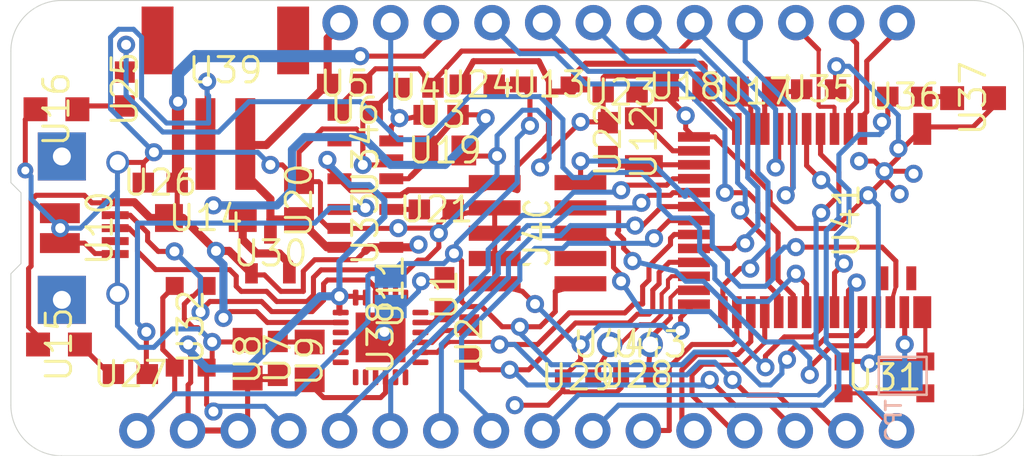
<source format=kicad_pcb>
(kicad_pcb (version 20221018) (generator pcbnew)
  (layers (0 "F.Cu" signal "Top") (31 "B.Cu" signal "Bottom") (34 "B.Paste" user) (35 "F.Paste" user) (36 "B.SilkS" user "B.Silkscreen") (37 "F.SilkS" user "F.Silkscreen") (38 "B.Mask" user) (39 "F.Mask" user) (44 "Edge.Cuts" user))
  (net 0 "")
  (net 1 "GND")
  (net 2 "3.3V")
  (net 3 "VBAT")
  (net 4 "VBUS")
  (net 5 "/RESET")
  (net 6 "/DFU")
  (net 7 "/TXD")
  (net 8 "/RXD")
  (net 9 "/MISO")
  (net 10 "/MOSI")
  (net 11 "/SCK")
  (net 12 "/A5/0.29")
  (net 13 "/A4/0.28")
  (net 14 "/A3/0.05")
  (net 15 "/A2/0.04")
  (net 16 "/A1/0.03")
  (net 17 "/A0/0.02")
  (net 18 "/SDA")
  (net 19 "/SCL")
  (net 20 "/P0.27")
  (net 21 "/A6/P0.30")
  (net 22 "/A7/P0.31")
  (net 23 "/P0.11")
  (net 24 "/P0.07")
  (net 25 "/P0.15")
  (net 26 "/P0.16")
  (net 27 "/EN")
  (net 28 "Net-(U1-Pad41)")
  (net 29 "Net-(U1-Pad40)")
  (net 30 "/FRST")
  (net 31 "/SWDIO")
  (net 32 "/SWCLK")
  (net 33 "/LED2")
  (net 34 "/SWO")
  (net 35 "/LED1")
  (net 36 "/P0.10/NFC2")
  (net 37 "/P0.09/NFC1")
  (net 38 "Net-(C2-Pad1)")
  (net 39 "Net-(C1-Pad1)")
  (net 40 "Net-(L2-Pad2)")
  (net 41 "Net-(C4-Pad1)")
  (net 42 "Net-(X1-Pad8)")
  (net 43 "Net-(D1-PadA)")
  (net 44 "Net-(D2-PadA)")
  (net 45 "Net-(R8-Pad1)")
  (net 46 "Net-(R3-Pad2)")
  (net 47 "Net-(C6-Pad1)")
  (net 48 "Net-(U2-Pad4)")
  (net 49 "Net-(X3-PadID)")
  (net 50 "/USBD+")
  (net 51 "/USBD-")
  (net 52 "Net-(U4-Pad24)")
  (net 53 "/DTR")
  (net 54 "Net-(U4-Pad22)")
  (net 55 "Net-(R9-Pad1)")
  (net 56 "Net-(U4-Pad19)")
  (net 57 "Net-(U4-Pad18)")
  (net 58 "Net-(U4-Pad17)")
  (net 59 "Net-(C7-Pad1)")
  (net 60 "Net-(U4-Pad15)")
  (net 61 "Net-(U4-Pad14)")
  (net 62 "Net-(U4-Pad13)")
  (net 63 "Net-(U4-Pad12)")
  (net 64 "Net-(U4-Pad11)")
  (net 65 "Net-(U4-Pad10)")
  (net 66 "Net-(U4-Pad9)")
  (net 67 "Net-(U4-Pad1)")
  (net 68 "Net-(C11-Pad1)")
  (net 69 "Net-(CHG1-PadC)")
  (footprint "Adafruit nRF52 Bluefruit Feather:BLE_MODULE_RAYTAC_MDBT42" (layer "F.Cu") (at 165.011099 104.6226 -90)
    (fp_text reference "U41")
    (fp_text value "")
  )
  (footprint "Adafruit nRF52 Bluefruit Feather:2X05_1.27MM_BOX_POSTS" (layer "F.Cu") (at 149.517099 105.2576 -90)
    (fp_text reference "U40")
    (fp_text value "")
  )
  (footprint "Adafruit nRF52 Bluefruit Feather:0603-NO" (layer "F.Cu") (at 153.657299 98.1964 180)
    (fp_text reference "U23")
    (fp_text value "")
  )
  (footprint "Adafruit nRF52 Bluefruit Feather:0603-NO" (layer "F.Cu") (at 153.047699 100.5586 90)
    (fp_text reference "U22")
    (fp_text value "")
  )
  (footprint "Adafruit nRF52 Bluefruit Feather:0805-NO" (layer "F.Cu") (at 156.946599 97.8916 180)
    (fp_text reference "U18")
    (fp_text value "")
  )
  (footprint "Adafruit nRF52 Bluefruit Feather:CHIPLED_0805_NOOUTLINE" (layer "F.Cu") (at 125.387099 99.0346 90)
    (fp_text reference "U16")
    (fp_text value "")
  )
  (footprint "Adafruit nRF52 Bluefruit Feather:CHIPLED_0805_NOOUTLINE" (layer "F.Cu") (at 171.361099 98.4758 -90)
    (fp_text reference "U37")
    (fp_text value "")
  )
  (footprint "Adafruit nRF52 Bluefruit Feather:0603-NO" (layer "F.Cu") (at 128.816099 98.0186 90)
    (fp_text reference "U25")
    (fp_text value "")
  )
  (footprint "Adafruit nRF52 Bluefruit Feather:0603-NO" (layer "F.Cu") (at 167.932099 98.3996 180)
    (fp_text reference "U36")
    (fp_text value "")
  )
  (footprint "Adafruit nRF52 Bluefruit Feather:0805-NO" (layer "F.Cu") (at 160.439099 98.1456 180)
    (fp_text reference "U17")
    (fp_text value "")
  )
  (footprint "Adafruit nRF52 Bluefruit Feather:0603-NO" (layer "F.Cu") (at 163.614099 98.0313)
    (fp_text reference "U35")
    (fp_text value "")
  )
  (footprint "Adafruit nRF52 Bluefruit Feather:SOT23-5" (layer "F.Cu") (at 140.881099 105.0163 -90)
    (fp_text reference "U33")
    (fp_text value "")
  )
  (footprint "Adafruit nRF52 Bluefruit Feather:CHIPLED_0805_NOOUTLINE" (layer "F.Cu") (at 125.514099 110.8456 -90)
    (fp_text reference "U15")
    (fp_text value "")
  )
  (footprint "Adafruit nRF52 Bluefruit Feather:0603-NO" (layer "F.Cu") (at 129.095499 112.3315)
    (fp_text reference "U27")
    (fp_text value "")
  )
  (footprint "Adafruit nRF52 Bluefruit Feather:0805-NO" (layer "F.Cu") (at 137.553699 103.6193 90)
    (fp_text reference "U20")
    (fp_text value "")
  )
  (footprint "Adafruit nRF52 Bluefruit Feather:0603-NO" (layer "F.Cu") (at 144.437099 104.0638)
    (fp_text reference "U21")
    (fp_text value "")
  )
  (footprint "Adafruit nRF52 Bluefruit Feather:0603-NO" (layer "F.Cu") (at 139.839699 97.7519)
    (fp_text reference "U5")
    (fp_text value "")
  )
  (footprint "Adafruit nRF52 Bluefruit Feather:0603-NO" (layer "F.Cu") (at 140.373099 99.1108)
    (fp_text reference "U6")
    (fp_text value "")
  )
  (footprint "Adafruit nRF52 Bluefruit Feather:0805-NO" (layer "F.Cu") (at 144.868899 101.1047)
    (fp_text reference "U19")
    (fp_text value "")
  )
  (footprint "Adafruit nRF52 Bluefruit Feather:0805-NO" (layer "F.Cu") (at 134.975599 111.5822 90)
    (fp_text reference "U8")
    (fp_text value "")
  )
  (footprint "Adafruit nRF52 Bluefruit Feather:SOT23-5" (layer "F.Cu") (at 140.881099 101.5746 90)
    (fp_text reference "U34")
    (fp_text value "")
  )
  (footprint "Adafruit nRF52 Bluefruit Feather:JSTPH2" (layer "F.Cu") (at 133.858 98.6028)
    (fp_text reference "U39")
    (fp_text value "")
  )
  (footprint "Adafruit nRF52 Bluefruit Feather:0603-NO" (layer "F.Cu") (at 144.678399 99.314)
    (fp_text reference "U3")
    (fp_text value "")
  )
  (footprint "Adafruit nRF52 Bluefruit Feather:4UCONN_20329_V2" (layer "F.Cu") (at 125.5268 105.0036 -90)
    (fp_text reference "U10")
    (fp_text value "")
  )
  (footprint "Adafruit nRF52 Bluefruit Feather:QFN24_4MM_SMSC" (layer "F.Cu") (at 141.643099 110.49 -90)
    (fp_text reference "U38")
    (fp_text value "")
  )
  (footprint "Adafruit nRF52 Bluefruit Feather:0603-NO" (layer "F.Cu") (at 136.486899 111.5441 90)
    (fp_text reference "U7")
    (fp_text value "")
  )
  (footprint "Adafruit nRF52 Bluefruit Feather:SOD-323" (layer "F.Cu") (at 150.075899 97.79 180)
    (fp_text reference "U13")
    (fp_text value "")
  )
  (footprint "Adafruit nRF52 Bluefruit Feather:0603-NO" (layer "F.Cu") (at 146.494499 97.79 180)
    (fp_text reference "U24")
    (fp_text value "")
  )
  (footprint "Adafruit nRF52 Bluefruit Feather:0603-NO" (layer "F.Cu") (at 144.843499 108.3437 -90)
    (fp_text reference "U1")
    (fp_text value "")
  )
  (footprint "Adafruit nRF52 Bluefruit Feather:BTN_KMR2_4.6X2.8" (layer "F.Cu") (at 132.118099 109.9566 90)
    (fp_text reference "U32")
    (fp_text value "")
  )
  (footprint "Adafruit nRF52 Bluefruit Feather:0603-NO" (layer "F.Cu") (at 146.088099 110.7186 -90)
    (fp_text reference "U2")
    (fp_text value "")
  )
  (footprint "Adafruit nRF52 Bluefruit Feather:SOD-123" (layer "F.Cu") (at 132.880099 104.4956 180)
    (fp_text reference "U14")
    (fp_text value "")
  )
  (footprint "Adafruit nRF52 Bluefruit Feather:SOT23-R" (layer "F.Cu") (at 136.118599 106.2736)
    (fp_text reference "U30")
    (fp_text value "")
  )
  (footprint "Adafruit nRF52 Bluefruit Feather:0603-NO" (layer "F.Cu") (at 130.594099 102.7176)
    (fp_text reference "U26")
    (fp_text value "")
  )
  (footprint "Adafruit nRF52 Bluefruit Feather:XTAL3215" (layer "F.Cu") (at 154.851099 100.6856 90)
    (fp_text reference "U12")
    (fp_text value "")
  )
  (footprint "Adafruit nRF52 Bluefruit Feather:0603-NO" (layer "F.Cu") (at 143.421099 97.9551 180)
    (fp_text reference "U4")
    (fp_text value "")
  )
  (footprint "Adafruit nRF52 Bluefruit Feather:1X01_2MM" (layer "F.Cu") (at 155.168599 110.8456)
    (fp_text reference "U43")
    (fp_text value "")
  )
  (footprint "Adafruit nRF52 Bluefruit Feather:1X01_2MM" (layer "F.Cu") (at 153.136599 110.8456)
    (fp_text reference "U44")
    (fp_text value "")
  )
  (footprint "Adafruit nRF52 Bluefruit Feather:0805-NO" (layer "F.Cu") (at 138.087099 111.6711 90)
    (fp_text reference "U9")
    (fp_text value "")
  )
  (footprint "Adafruit nRF52 Bluefruit Feather:BTN_KMR2_4.6X2.8" (layer "F.Cu") (at 166.916099 112.4966)
    (fp_text reference "U31")
    (fp_text value "")
  )
  (footprint "Adafruit nRF52 Bluefruit Feather:_0603MP" (layer "F.Cu") (at 154.470099 112.3696 180)
    (fp_text reference "U28")
    (fp_text value "")
  )
  (footprint "Adafruit nRF52 Bluefruit Feather:_0603MP" (layer "F.Cu") (at 151.549099 112.4966 180)
    (fp_text reference "U29")
    (fp_text value "")
  )
  (footprint "MS2" (layer "F.Cu") (at 153.58 94.65)
    (fp_text reference "MS2" hide)
    (fp_text value "")
  )
  (footprint "MS1" (layer "F.Cu") (at 148.45 115.27)
    (fp_text reference "MS1" hide)
    (fp_text value "")
  )
  (footprint "Adafruit nRF52 Bluefruit Feather:PAD-1.5X2.0" (layer "B.Cu") (at 167.830499 112.4204 -90)
    (fp_text reference "TP2")
    (fp_text value "FRST")
  )
  (footprint "Adafruit nRF52 Bluefruit Feather:SOLDERJUMPER_CLOSEDWIRE" (layer "B.Cu") (at 142.151099 108.1786 -90)
    (fp_text reference "U11")
    (fp_text value "")
  )
  (gr_line (start 173.901099 96.1136) (end 173.901099 113.8936) (stroke (width 0.05)) (layer "Edge.Cuts"))
  (gr_arc (start 173.901099 113.8936) (mid 173.15715 115.689651) (end 171.361099 116.4336) (stroke (width 0.05)) (layer "Edge.Cuts"))
  (gr_line (start 171.361099 116.4336) (end 125.641099 116.4336) (stroke (width 0.05)) (layer "Edge.Cuts"))
  (gr_arc (start 125.641099 116.4336) (mid 123.845048 115.689651) (end 123.101099 113.8936) (stroke (width 0.05)) (layer "Edge.Cuts"))
  (gr_line (start 123.101099 113.8936) (end 123.101099 107.2896) (stroke (width 0.05)) (layer "Edge.Cuts"))
  (gr_line (start 123.101099 107.2896) (end 123.609099 106.7816) (stroke (width 0.05)) (layer "Edge.Cuts"))
  (gr_line (start 123.609099 106.7816) (end 123.609099 103.2256) (stroke (width 0.05)) (layer "Edge.Cuts"))
  (gr_line (start 123.609099 103.2256) (end 123.101099 102.7176) (stroke (width 0.05)) (layer "Edge.Cuts"))
  (gr_line (start 123.101099 102.7176) (end 123.101099 96.1136) (stroke (width 0.05)) (layer "Edge.Cuts"))
  (gr_arc (start 123.101099 96.1136) (mid 123.845048 94.317549) (end 125.6411 93.573601) (stroke (width 0.05)) (layer "Edge.Cuts"))
  (gr_line (start 125.641099 93.5736) (end 171.361099 93.5736) (stroke (width 0.05)) (layer "Edge.Cuts"))
  (gr_arc (start 171.361099 93.5736) (mid 173.157151 94.317549) (end 173.9011 96.113601) (stroke (width 0.05)) (layer "Edge.Cuts"))
  (segment (start 168.811099 99.9236) (end 171.361099 99.9236) (width 0.254) (layer "F.Cu") (net 1))
  (segment (start 171.361099 99.9236) (end 172.411099 98.8736) (width 0.254) (layer "F.Cu") (net 1))
  (segment (start 172.411099 98.8736) (end 172.411099 98.4758) (width 0.254) (layer "F.Cu") (net 1))
  (segment (start 142.393099 107.7461) (end 142.532099 107.6071) (width 0.254) (layer "F.Cu") (net 1))
  (segment (start 141.833599 110.2106) (end 141.643099 110.4011) (width 0.4064) (layer "F.Cu") (net 1))
  (segment (start 141.643099 110.4011) (end 141.643099 110.49) (width 0.4064) (layer "F.Cu") (net 1))
  (segment (start 134.975599 110.6322) (end 134.635199 110.9726) (width 0.254) (layer "F.Cu") (net 1))
  (segment (start 147.367099 103.9876) (end 145.287099 104.3686) (width 0.254) (layer "F.Cu") (net 1))
  (segment (start 145.287099 104.3686) (end 145.287099 104.0638) (width 0.254) (layer "F.Cu") (net 1))
  (segment (start 168.811099 109.2226) (end 168.966099 109.3776) (width 0.2032) (layer "F.Cu") (net 1))
  (segment (start 168.966099 109.3776) (end 168.966099 111.6966) (width 0.2032) (layer "F.Cu") (net 1))
  (segment (start 142.393099 108.49) (end 142.393099 107.7461) (width 0.254) (layer "F.Cu") (net 1))
  (segment (start 142.393099 108.49) (end 142.393099 109.7146) (width 0.254) (layer "F.Cu") (net 1))
  (segment (start 142.393099 109.7146) (end 141.897099 110.2106) (width 0.254) (layer "F.Cu") (net 1))
  (segment (start 168.811099 99.9236) (end 168.811099 100.0226) (width 0.254) (layer "F.Cu") (net 1))
  (segment (start 155.996599 97.8916) (end 155.996599 98.4021) (width 0.3048) (layer "F.Cu") (net 1))
  (segment (start 155.996599 98.4021) (end 156.946599 99.3521) (width 0.3048) (layer "F.Cu") (net 1))
  (segment (start 132.918099 107.9066) (end 132.771099 107.9066) (width 0.254) (layer "F.Cu") (net 1))
  (segment (start 132.771099 107.9066) (end 132.245099 108.4326) (width 0.254) (layer "F.Cu") (net 1))
  (segment (start 132.245099 108.4326) (end 132.181599 108.4326) (width 0.254) (layer "F.Cu") (net 1))
  (segment (start 132.181599 108.4326) (end 131.800599 108.8136) (width 0.254) (layer "F.Cu") (net 1))
  (segment (start 147.367099 107.7976) (end 148.755099 108.1786) (width 0.254) (layer "F.Cu") (net 1))
  (segment (start 148.755099 108.1786) (end 149.390099 108.8136) (width 0.254) (layer "F.Cu") (net 1))
  (segment (start 141.223099 99.1108) (end 142.124799 98.2091) (width 0.254) (layer "F.Cu") (net 1))
  (segment (start 142.124799 98.2091) (end 142.571099 97.9551) (width 0.254) (layer "F.Cu") (net 1))
  (segment (start 153.008699 99.6696) (end 153.047699 99.7086) (width 0.25) (layer "F.Cu") (net 1))
  (segment (start 166.916099 102.5271) (end 167.678099 103.2891) (width 0.25) (layer "F.Cu") (net 1))
  (segment (start 167.614599 101.0031) (end 167.830599 101.0031) (width 0.25) (layer "F.Cu") (net 1))
  (segment (start 164.464099 96.9146) (end 164.503099 96.8756) (width 0.25) (layer "F.Cu") (net 1))
  (segment (start 139.070997 105.0163) (end 138.6287 104.574003) (width 0.25) (layer "F.Cu") (net 1))
  (segment (start 164.464099 98.0313) (end 164.464099 96.9146) (width 0.25) (layer "F.Cu") (net 1))
  (segment (start 149.644099 101.7016) (end 149.644099 101.9556) (width 0.25) (layer "F.Cu") (net 1))
  (segment (start 139.580999 105.0163) (end 142.519399 105.0163) (width 0.25) (layer "F.Cu") (net 1))
  (segment (start 138.087099 110.7211) (end 136.513899 110.7211) (width 0.25) (layer "F.Cu") (net 1))
  (segment (start 129.766599 101.7036) (end 130.276599 101.1936) (width 0.25) (layer "F.Cu") (net 1))
  (segment (start 129.766599 101.7036) (end 129.744099 101.7261) (width 0.25) (layer "F.Cu") (net 1))
  (segment (start 133.197599 110.7186) (end 134.889199 110.7186) (width 0.25) (layer "F.Cu") (net 1))
  (segment (start 140.754099 100.337698) (end 140.441 100.024599) (width 0.25) (layer "F.Cu") (net 1))
  (segment (start 125.546099 104.9721) (end 125.577599 105.0036) (width 0.25) (layer "F.Cu") (net 1))
  (segment (start 142.519399 105.0163) (end 142.532099 105.0036) (width 0.25) (layer "F.Cu") (net 1))
  (segment (start 150.787099 113.1466) (end 150.8621 113.221601) (width 0.25) (layer "F.Cu") (net 1))
  (segment (start 128.446099 106.4286) (end 128.321099 106.3036) (width 0.25) (layer "F.Cu") (net 1))
  (segment (start 143.531898 106.607301) (end 143.921636 106.607301) (width 0.25) (layer "F.Cu") (net 1))
  (segment (start 137.553699 101.191898) (end 137.553699 101.7993) (width 0.25) (layer "F.Cu") (net 1))
  (segment (start 140.754099 101.8286) (end 141.927199 101.8286) (width 0.25) (layer "F.Cu") (net 1))
  (segment (start 152.807299 97.4464) (end 152.8823 97.371399) (width 0.25) (layer "F.Cu") (net 1))
  (segment (start 166.408099 101.6381) (end 166.916099 102.1461) (width 0.25) (layer "F.Cu") (net 1))
  (segment (start 165.6374 103.805799) (end 166.090599 103.3526) (width 0.25) (layer "F.Cu") (net 1))
  (segment (start 166.255599 111.6966) (end 166.154099 111.7981) (width 0.25) (layer "F.Cu") (net 1))
  (segment (start 138.6287 102.744301) (end 138.553699 102.6693) (width 0.25) (layer "F.Cu") (net 1))
  (segment (start 136.424999 110.6322) (end 136.486899 110.6941) (width 0.25) (layer "F.Cu") (net 1))
  (segment (start 165.646099 101.6381) (end 166.408099 101.6381) (width 0.25) (layer "F.Cu") (net 1))
  (segment (start 161.184898 103.726137) (end 162.478562 105.019801) (width 0.25) (layer "F.Cu") (net 1))
  (segment (start 131.800599 109.558938) (end 132.239862 109.998201) (width 0.25) (layer "F.Cu") (net 1))
  (segment (start 128.296098 106.278599) (end 128.321099 106.3036) (width 0.25) (layer "F.Cu") (net 1))
  (segment (start 140.754099 101.8286) (end 140.754099 99.5798) (width 0.25) (layer "F.Cu") (net 1))
  (segment (start 151.676099 99.6696) (end 149.644099 101.7016) (width 0.25) (layer "F.Cu") (net 1))
  (segment (start 138.553699 102.6693) (end 137.553699 102.6693) (width 0.25) (layer "F.Cu") (net 1))
  (segment (start 144.564099 105.2576) (end 144.564099 104.7868) (width 0.25) (layer "F.Cu") (net 1))
  (segment (start 131.800599 108.8136) (end 131.800599 109.558938) (width 0.25) (layer "F.Cu") (net 1))
  (segment (start 126.796099 105.7536) (end 127.321098 106.278599) (width 0.25) (layer "F.Cu") (net 1))
  (segment (start 142.532099 105.0036) (end 144.310099 105.0036) (width 0.25) (layer "F.Cu") (net 1))
  (segment (start 167.614599 101.4476) (end 166.916099 102.1461) (width 0.25) (layer "F.Cu") (net 1))
  (segment (start 156.692599 110.1471) (end 156.692599 109.4911) (width 0.25) (layer "F.Cu") (net 1))
  (segment (start 162.478562 105.019801) (end 164.423398 105.019801) (width 0.25) (layer "F.Cu") (net 1))
  (segment (start 158.411099 100.4226) (end 161.184898 103.196399) (width 0.25) (layer "F.Cu") (net 1))
  (segment (start 167.614599 101.0031) (end 167.614599 101.4476) (width 0.25) (layer "F.Cu") (net 1))
  (segment (start 132.4772 109.998201) (end 132.7444 110.265401) (width 0.25) (layer "F.Cu") (net 1))
  (segment (start 141.927199 101.8286) (end 142.181199 101.5746) (width 0.25) (layer "F.Cu") (net 1))
  (segment (start 164.423398 105.019801) (end 165.6374 103.805799) (width 0.25) (layer "F.Cu") (net 1))
  (segment (start 133.197599 110.7186) (end 133.197599 111.7271) (width 0.25) (layer "F.Cu") (net 1))
  (segment (start 147.485099 101.3841) (end 146.098299 101.3841) (width 0.25) (layer "F.Cu") (net 1))
  (segment (start 147.367099 107.7976) (end 147.367099 106.5276) (width 0.25) (layer "F.Cu") (net 1))
  (segment (start 152.807299 98.1964) (end 152.807299 97.4464) (width 0.25) (layer "F.Cu") (net 1))
  (segment (start 153.708099 113.0196) (end 153.708099 112.3696) (width 0.25) (layer "F.Cu") (net 1))
  (segment (start 161.184898 103.196399) (end 161.184898 103.726137) (width 0.25) (layer "F.Cu") (net 1))
  (segment (start 138.720998 100.024599) (end 137.553699 101.191898) (width 0.25) (layer "F.Cu") (net 1))
  (segment (start 148.374099 113.8936) (end 150.040099 113.8936) (width 0.25) (layer "F.Cu") (net 1))
  (segment (start 139.580999 105.0163) (end 139.070997 105.0163) (width 0.25) (layer "F.Cu") (net 1))
  (segment (start 132.943599 97.6376) (end 132.943599 100.7821) (width 0.25) (layer "F.Cu") (net 1))
  (segment (start 134.889199 110.7186) (end 134.975599 110.6322) (width 0.25) (layer "F.Cu") (net 1))
  (segment (start 150.8621 113.221601) (end 153.506098 113.221601) (width 0.25) (layer "F.Cu") (net 1))
  (segment (start 146.098299 101.3841) (end 145.818899 101.1047) (width 0.25) (layer "F.Cu") (net 1))
  (segment (start 144.564099 104.7868) (end 145.287099 104.0638) (width 0.25) (layer "F.Cu") (net 1))
  (segment (start 166.916099 102.1461) (end 168.249599 102.1461) (width 0.25) (layer "F.Cu") (net 1))
  (segment (start 157.361099 100.4226) (end 158.411099 100.4226) (width 0.25) (layer "F.Cu") (net 1))
  (segment (start 166.916099 102.5271) (end 166.090599 103.3526) (width 0.25) (layer "F.Cu") (net 1))
  (segment (start 150.040099 113.8936) (end 150.787099 113.1466) (width 0.25) (layer "F.Cu") (net 1))
  (segment (start 134.975599 110.6322) (end 136.424999 110.6322) (width 0.25) (layer "F.Cu") (net 1))
  (segment (start 128.446099 108.3036) (end 128.446099 106.4286) (width 0.25) (layer "F.Cu") (net 1))
  (segment (start 132.918099 112.0066) (end 132.918099 113.8681) (width 0.25) (layer "F.Cu") (net 1))
  (segment (start 151.676099 110.8456) (end 151.676099 111.6076) (width 0.25) (layer "F.Cu") (net 1))
  (segment (start 166.916099 102.1461) (end 166.916099 102.5271) (width 0.25) (layer "F.Cu") (net 1))
  (segment (start 138.6287 104.574003) (end 138.6287 102.744301) (width 0.25) (layer "F.Cu") (net 1))
  (segment (start 156.692599 109.4911) (end 157.361099 108.8226) (width 0.25) (layer "F.Cu") (net 1))
  (segment (start 153.506098 113.221601) (end 153.708099 113.0196) (width 0.25) (layer "F.Cu") (net 1))
  (segment (start 156.946599 99.3521) (end 156.946599 100.0081) (width 0.25) (layer "F.Cu") (net 1))
  (segment (start 140.754099 99.5798) (end 141.223099 99.1108) (width 0.25) (layer "F.Cu") (net 1))
  (segment (start 127.321098 106.278599) (end 128.296098 106.278599) (width 0.25) (layer "F.Cu") (net 1))
  (segment (start 129.744099 101.7261) (end 129.744099 102.7176) (width 0.25) (layer "F.Cu") (net 1))
  (segment (start 164.866099 111.6966) (end 166.052599 111.6966) (width 0.25) (layer "F.Cu") (net 1))
  (segment (start 128.446099 101.7036) (end 129.766599 101.7036) (width 0.25) (layer "F.Cu") (net 1))
  (segment (start 151.676099 99.6696) (end 153.008699 99.6696) (width 0.25) (layer "F.Cu") (net 1))
  (segment (start 132.943599 100.7821) (end 132.896099 100.8296) (width 0.25) (layer "F.Cu") (net 1))
  (segment (start 140.754099 101.8286) (end 140.754099 100.337698) (width 0.25) (layer "F.Cu") (net 1))
  (segment (start 137.553699 101.7993) (end 137.553699 102.6693) (width 0.25) (layer "F.Cu") (net 1))
  (segment (start 125.546099 104.2536) (end 125.546099 104.9721) (width 0.25) (layer "F.Cu") (net 1))
  (segment (start 152.807299 98.1964) (end 152.807299 99.4682) (width 0.25) (layer "F.Cu") (net 1))
  (segment (start 168.966099 111.6966) (end 166.255599 111.6966) (width 0.25) (layer "F.Cu") (net 1))
  (segment (start 150.787099 112.4966) (end 150.787099 113.1466) (width 0.25) (layer "F.Cu") (net 1))
  (segment (start 123.825 99.546699) (end 124.337099 99.0346) (width 0.25) (layer "F.Cu") (net 1))
  (segment (start 152.807299 99.4682) (end 153.047699 99.7086) (width 0.25) (layer "F.Cu") (net 1))
  (segment (start 140.441 100.024599) (end 138.720998 100.024599) (width 0.25) (layer "F.Cu") (net 1))
  (segment (start 136.712999 101.8286) (end 137.553699 102.6693) (width 0.25) (layer "F.Cu") (net 1))
  (segment (start 133.197599 111.7271) (end 132.918099 112.0066) (width 0.25) (layer "F.Cu") (net 1))
  (segment (start 136.513899 110.7211) (end 136.486899 110.6941) (width 0.25) (layer "F.Cu") (net 1))
  (segment (start 123.825 102.108) (end 123.825 99.546699) (width 0.25) (layer "F.Cu") (net 1))
  (segment (start 151.676099 111.6076) (end 150.787099 112.4966) (width 0.25) (layer "F.Cu") (net 1))
  (segment (start 166.052599 111.6966) (end 166.154099 111.7981) (width 0.25) (layer "F.Cu") (net 1))
  (segment (start 167.830599 101.0031) (end 168.811099 100.0226) (width 0.25) (layer "F.Cu") (net 1))
  (segment (start 152.8823 97.371399) (end 155.476398 97.371399) (width 0.25) (layer "F.Cu") (net 1))
  (segment (start 132.918099 113.8681) (end 133.261099 114.2111) (width 0.25) (layer "F.Cu") (net 1))
  (segment (start 144.310099 105.0036) (end 144.564099 105.2576) (width 0.25) (layer "F.Cu") (net 1))
  (segment (start 125.546099 105.7536) (end 126.796099 105.7536) (width 0.25) (layer "F.Cu") (net 1))
  (segment (start 144.564099 105.898521) (end 144.564099 105.2576) (width 0.25) (layer "F.Cu") (net 1))
  (segment (start 136.118599 101.8286) (end 136.712999 101.8286) (width 0.25) (layer "F.Cu") (net 1))
  (segment (start 132.239862 109.998201) (end 132.4772 109.998201) (width 0.25) (layer "F.Cu") (net 1))
  (segment (start 147.367099 105.2576) (end 147.367099 103.9876) (width 0.25) (layer "F.Cu") (net 1))
  (segment (start 125.546099 105.0351) (end 125.577599 105.0036) (width 0.25) (layer "F.Cu") (net 1))
  (segment (start 144.564099 105.964838) (end 144.564099 105.898521) (width 0.25) (layer "F.Cu") (net 1))
  (segment (start 142.532099 107.6071) (end 143.531898 106.607301) (width 0.25) (layer "F.Cu") (net 1))
  (segment (start 125.546099 105.7536) (end 125.546099 105.0351) (width 0.25) (layer "F.Cu") (net 1))
  (segment (start 132.7444 110.265401) (end 133.197599 110.7186) (width 0.25) (layer "F.Cu") (net 1))
  (segment (start 155.476398 97.371399) (end 155.996599 97.8916) (width 0.25) (layer "F.Cu") (net 1))
  (segment (start 168.249599 102.1461) (end 168.376599 102.2731) (width 0.25) (layer "F.Cu") (net 1))
  (segment (start 156.946599 100.0081) (end 157.361099 100.4226) (width 0.25) (layer "F.Cu") (net 1))
  (segment (start 147.367099 106.5276) (end 147.367099 105.2576) (width 0.25) (layer "F.Cu") (net 1))
  (segment (start 143.921636 106.607301) (end 144.564099 105.964838) (width 0.25) (layer "F.Cu") (net 1))
  (via (at 133.197599 110.7186) (size 0.9064) (drill 0.5) (layers "F.Cu" "B.Cu") (net 1))
  (via (at 141.833599 110.2106) (size 0.9064) (drill 0.5) (layers "F.Cu" "B.Cu") (net 1))
  (via (at 130.276599 101.1936) (size 0.9064) (drill 0.5) (layers "F.Cu" "B.Cu") (net 1))
  (via (at 140.754099 101.8286) (size 0.9064) (drill 0.5) (layers "F.Cu" "B.Cu") (net 1))
  (via (at 167.614599 101.0031) (size 0.9064) (drill 0.5) (layers "F.Cu" "B.Cu") (net 1))
  (via (at 168.376599 102.2731) (size 0.9064) (drill 0.5) (layers "F.Cu" "B.Cu") (net 1))
  (via (at 164.503099 96.8756) (size 0.9064) (drill 0.5) (layers "F.Cu" "B.Cu") (net 1))
  (via (at 166.154099 111.7981) (size 0.9064) (drill 0.5) (layers "F.Cu" "B.Cu") (net 1))
  (via (at 156.946599 99.3521) (size 0.9064) (drill 0.5) (layers "F.Cu" "B.Cu") (net 1))
  (via (at 165.646099 101.6381) (size 0.9064) (drill 0.5) (layers "F.Cu" "B.Cu") (net 1))
  (via (at 151.676099 99.6696) (size 0.9064) (drill 0.5) (layers "F.Cu" "B.Cu") (net 1))
  (via (at 147.485099 101.3841) (size 0.9064) (drill 0.5) (layers "F.Cu" "B.Cu") (net 1))
  (via (at 133.261099 114.2111) (size 0.9064) (drill 0.5) (layers "F.Cu" "B.Cu") (net 1))
  (via (at 151.676099 110.8456) (size 0.9064) (drill 0.5) (layers "F.Cu" "B.Cu") (net 1))
  (via (at 156.692599 110.1471) (size 0.9064) (drill 0.5) (layers "F.Cu" "B.Cu") (net 1))
  (via (at 148.374099 113.8936) (size 0.9064) (drill 0.5) (layers "F.Cu" "B.Cu") (net 1))
  (via (at 144.564099 105.2576) (size 0.9064) (drill 0.5) (layers "F.Cu" "B.Cu") (net 1))
  (via (at 142.532099 105.0036) (size 0.9064) (drill 0.5) (layers "F.Cu" "B.Cu") (net 1))
  (via (at 167.678099 103.2891) (size 0.9064) (drill 0.5) (layers "F.Cu" "B.Cu") (net 1))
  (via (at 166.916099 102.1461) (size 0.9064) (drill 0.5) (layers "F.Cu" "B.Cu") (net 1))
  (via (at 166.090599 103.3526) (size 0.9064) (drill 0.5) (layers "F.Cu" "B.Cu") (net 1))
  (via (at 125.577599 105.0036) (size 0.9064) (drill 0.5) (layers "F.Cu" "B.Cu") (net 1))
  (via (at 132.943599 97.6376) (size 0.9064) (drill 0.5) (layers "F.Cu" "B.Cu") (net 1))
  (via (at 136.118599 101.8286) (size 0.9064) (drill 0.5) (layers "F.Cu" "B.Cu") (net 1))
  (via (at 149.390099 108.8136) (size 0.9064) (drill 0.5) (layers "F.Cu" "B.Cu") (net 1))
  (via (at 149.644099 101.9556) (size 0.9064) (drill 0.5) (layers "F.Cu" "B.Cu") (net 1))
  (via (at 123.825 102.108) (size 0.8) (drill 0.4) (layers "F.Cu" "B.Cu") (net 1))
  (segment (start 150.097298 101.502401) (end 149.644099 101.9556) (width 0.25) (layer "B.Cu") (net 1))
  (segment (start 148.762562 99.081899) (end 149.509636 99.081899) (width 0.25) (layer "B.Cu") (net 1))
  (segment (start 133.5226 113.949599) (end 135.857098 113.949599) (width 0.25) (layer "B.Cu") (net 1))
  (segment (start 126.595101 105.0036) (end 128.446099 103.152602) (width 0.25) (layer "B.Cu") (net 1))
  (segment (start 135.483599 101.1936) (end 136.118599 101.8286) (width 0.25) (layer "B.Cu") (net 1))
  (segment (start 147.485099 101.3841) (end 147.485099 102.3366) (width 0.25) (layer "B.Cu") (net 1))
  (segment (start 130.908327 99.72559) (end 129.6578 98.475063) (width 0.25) (layer "B.Cu") (net 1))
  (segment (start 166.607298 103.869299) (end 166.543798 103.805799) (width 0.25) (layer "B.Cu") (net 1))
  (segment (start 150.097298 99.669561) (end 150.097298 101.502401) (width 0.25) (layer "B.Cu") (net 1))
  (segment (start 135.857098 113.949599) (end 136.1821 114.274601) (width 0.25) (layer "B.Cu") (net 1))
  (segment (start 149.390099 108.8136) (end 151.422099 110.8456) (width 0.25) (layer "B.Cu") (net 1))
  (segment (start 129.8234 100.740401) (end 130.276599 101.1936) (width 0.25) (layer "B.Cu") (net 1))
  (segment (start 151.422099 110.8456) (end 151.676099 110.8456) (width 0.25) (layer "B.Cu") (net 1))
  (segment (start 147.485099 102.3366) (end 144.564099 105.2576) (width 0.25) (layer "B.Cu") (net 1))
  (segment (start 125.577599 105.0036) (end 126.595101 105.0036) (width 0.25) (layer "B.Cu") (net 1))
  (segment (start 132.943599 97.6376) (end 132.943599 98.278521) (width 0.25) (layer "B.Cu") (net 1))
  (segment (start 167.614599 100.362179) (end 167.614599 101.0031) (width 0.25) (layer "B.Cu") (net 1))
  (segment (start 156.692599 110.1471) (end 156.051678 110.1471) (width 0.25) (layer "B.Cu") (net 1))
  (segment (start 155.790177 109.885599) (end 152.6361 109.885599) (width 0.25) (layer "B.Cu") (net 1))
  (segment (start 136.1821 114.274601) (end 137.071099 115.1636) (width 0.25) (layer "B.Cu") (net 1))
  (segment (start 165.146837 96.8756) (end 167.614599 99.343362) (width 0.25) (layer "B.Cu") (net 1))
  (segment (start 128.101398 95.422563) (end 128.101398 99.018399) (width 0.25) (layer "B.Cu") (net 1))
  (segment (start 149.509636 99.081899) (end 150.097298 99.669561) (width 0.25) (layer "B.Cu") (net 1))
  (segment (start 156.051678 110.1471) (end 155.790177 109.885599) (width 0.25) (layer "B.Cu") (net 1))
  (segment (start 124.114598 102.397598) (end 123.825 102.108) (width 0.25) (layer "B.Cu") (net 1))
  (segment (start 147.485099 101.3841) (end 147.485099 100.359362) (width 0.25) (layer "B.Cu") (net 1))
  (segment (start 128.446099 103.152602) (end 128.446099 102.511823) (width 0.25) (layer "B.Cu") (net 1))
  (segment (start 128.101398 99.018399) (end 129.8234 100.740401) (width 0.25) (layer "B.Cu") (net 1))
  (segment (start 167.614599 99.343362) (end 167.614599 100.362179) (width 0.25) (layer "B.Cu") (net 1))
  (segment (start 129.522062 110.988801) (end 128.446099 109.912838) (width 0.25) (layer "B.Cu") (net 1))
  (segment (start 166.543798 103.805799) (end 166.090599 103.3526) (width 0.25) (layer "B.Cu") (net 1))
  (segment (start 152.129298 110.392401) (end 151.676099 110.8456) (width 0.25) (layer "B.Cu") (net 1))
  (segment (start 152.6361 109.885599) (end 152.129298 110.392401) (width 0.25) (layer "B.Cu") (net 1))
  (segment (start 132.546398 110.067399) (end 131.190538 110.067399) (width 0.25) (layer "B.Cu") (net 1))
  (segment (start 129.6578 95.422563) (end 129.253136 95.017899) (width 0.25) (layer "B.Cu") (net 1))
  (segment (start 131.190538 110.067399) (end 130.269136 110.988801) (width 0.25) (layer "B.Cu") (net 1))
  (segment (start 129.6578 98.475063) (end 129.6578 95.422563) (width 0.25) (layer "B.Cu") (net 1))
  (segment (start 125.577599 105.0036) (end 124.114598 103.540599) (width 0.25) (layer "B.Cu") (net 1))
  (segment (start 130.276599 101.1936) (end 135.483599 101.1936) (width 0.25) (layer "B.Cu") (net 1))
  (segment (start 128.446099 109.111823) (end 128.446099 108.3036) (width 0.25) (layer "B.Cu") (net 1))
  (segment (start 128.506062 95.017899) (end 128.101398 95.422563) (width 0.25) (layer "B.Cu") (net 1))
  (segment (start 147.485099 100.359362) (end 148.762562 99.081899) (width 0.25) (layer "B.Cu") (net 1))
  (segment (start 132.943599 98.278521) (end 133.0198 98.354722) (width 0.25) (layer "B.Cu") (net 1))
  (segment (start 129.253136 95.017899) (end 128.506062 95.017899) (width 0.25) (layer "B.Cu") (net 1))
  (segment (start 164.503099 96.8756) (end 165.146837 96.8756) (width 0.25) (layer "B.Cu") (net 1))
  (segment (start 124.114598 103.540599) (end 124.114598 102.397598) (width 0.25) (layer "B.Cu") (net 1))
  (segment (start 133.261099 114.2111) (end 133.5226 113.949599) (width 0.25) (layer "B.Cu") (net 1))
  (segment (start 128.446099 108.3036) (end 128.446099 103.152602) (width 0.25) (layer "B.Cu") (net 1))
  (segment (start 133.197599 110.7186) (end 132.546398 110.067399) (width 0.25) (layer "B.Cu") (net 1))
  (segment (start 166.607298 111.344901) (end 166.607298 103.869299) (width 0.25) (layer "B.Cu") (net 1))
  (segment (start 130.269136 110.988801) (end 129.522062 110.988801) (width 0.25) (layer "B.Cu") (net 1))
  (segment (start 128.446099 102.511823) (end 128.446099 101.7036) (width 0.25) (layer "B.Cu") (net 1))
  (segment (start 133.0198 98.354722) (end 133.0198 99.72559) (width 0.25) (layer "B.Cu") (net 1))
  (segment (start 128.446099 109.912838) (end 128.446099 109.111823) (width 0.25) (layer "B.Cu") (net 1))
  (segment (start 166.154099 111.7981) (end 166.607298 111.344901) (width 0.25) (layer "B.Cu") (net 1))
  (segment (start 133.0198 99.72559) (end 130.908327 99.72559) (width 0.25) (layer "B.Cu") (net 1))
  (segment (start 134.531099 115.1636) (end 131.991099 115.1636) (width 0.3048) (layer "F.Cu") (net 2))
  (segment (start 140.154999 103.0986) (end 141.262099 103.0986) (width 0.3048) (layer "F.Cu") (net 2))
  (segment (start 141.262099 103.0986) (end 141.516099 103.3526) (width 0.3048) (layer "F.Cu") (net 2))
  (segment (start 141.516099 103.3526) (end 142.659099 103.3526) (width 0.3048) (layer "F.Cu") (net 2))
  (segment (start 142.659099 103.3526) (end 143.040099 103.0986) (width 0.3048) (layer "F.Cu") (net 2))
  (segment (start 143.040099 103.0986) (end 146.278599 103.0986) (width 0.3048) (layer "F.Cu") (net 2))
  (segment (start 140.893099 108.49) (end 140.393099 108.49) (width 0.254) (layer "F.Cu") (net 2))
  (segment (start 159.511099 100.0226) (end 159.511099 100.1386) (width 0.3048) (layer "F.Cu") (net 2))
  (segment (start 159.511099 100.1386) (end 157.833099 98.4606) (width 0.3048) (layer "F.Cu") (net 2))
  (segment (start 151.930099 96.7486) (end 157.772099 96.7486) (width 0.3048) (layer "F.Cu") (net 2))
  (segment (start 151.930099 96.7486) (end 151.345899 97.3328) (width 0.3048) (layer "F.Cu") (net 2))
  (segment (start 151.345899 97.3328) (end 151.345899 97.79) (width 0.3048) (layer "F.Cu") (net 2))
  (segment (start 146.723099 103.0986) (end 147.367099 102.7176) (width 0.254) (layer "F.Cu") (net 2))
  (segment (start 146.278599 103.0986) (end 147.367099 102.7176) (width 0.254) (layer "F.Cu") (net 2))
  (segment (start 146.304899 96.6216) (end 149.580599 96.6216) (width 0.3048) (layer "F.Cu") (net 2))
  (segment (start 147.367099 102.7176) (end 148.501099 103.0986) (width 0.3048) (layer "F.Cu") (net 2))
  (segment (start 149.580599 96.6216) (end 150.088599 97.6376) (width 0.3048) (layer "F.Cu") (net 2))
  (segment (start 150.088599 97.6376) (end 150.088599 98.1456) (width 0.3048) (layer "F.Cu") (net 2))
  (segment (start 151.345899 97.79) (end 151.320499 98.1456) (width 0.254) (layer "F.Cu") (net 2))
  (segment (start 151.320499 98.1456) (end 150.088599 98.1456) (width 0.3048) (layer "F.Cu") (net 2))
  (segment (start 149.898099 100.4951) (end 150.088599 100.3046) (width 0.3048) (layer "F.Cu") (net 2))
  (segment (start 150.088599 100.3046) (end 150.088599 98.1456) (width 0.3048) (layer "F.Cu") (net 2))
  (segment (start 139.643099 109.24) (end 139.579599 109.24) (width 0.3048) (layer "F.Cu") (net 2))
  (segment (start 139.579599 109.24) (end 139.579599 108.4265) (width 0.3048) (layer "F.Cu") (net 2))
  (segment (start 134.975599 112.5322) (end 136.348799 112.5322) (width 0.4064) (layer "F.Cu") (net 2))
  (segment (start 136.348799 112.5322) (end 136.486899 112.3941) (width 0.4064) (layer "F.Cu") (net 2))
  (segment (start 134.975599 112.5322) (end 134.975599 114.7191) (width 0.254) (layer "F.Cu") (net 2))
  (segment (start 134.975599 114.7191) (end 134.531099 115.1636) (width 0.254) (layer "F.Cu") (net 2))
  (segment (start 131.991099 110.8456) (end 132.118099 110.9726) (width 0.254) (layer "F.Cu") (net 2))
  (segment (start 132.118099 110.9726) (end 132.118099 112.7506) (width 0.254) (layer "F.Cu") (net 2))
  (segment (start 132.118099 112.7506) (end 131.991099 112.8776) (width 0.254) (layer "F.Cu") (net 2))
  (segment (start 131.991099 112.8776) (end 131.991099 115.1636) (width 0.254) (layer "F.Cu") (net 2))
  (segment (start 140.393099 108.49) (end 140.329599 108.4265) (width 0.254) (layer "F.Cu") (net 2))
  (segment (start 140.329599 108.4265) (end 139.579599 108.4265) (width 0.254) (layer "F.Cu") (net 2))
  (segment (start 157.772099 96.7486) (end 157.896599 96.8731) (width 0.3048) (layer "F.Cu") (net 2))
  (segment (start 157.896599 96.8731) (end 157.896599 97.8916) (width 0.3048) (layer "F.Cu") (net 2))
  (segment (start 157.833099 98.4606) (end 157.896599 98.3971) (width 0.3048) (layer "F.Cu") (net 2))
  (segment (start 157.896599 98.3971) (end 157.896599 97.8916) (width 0.3048) (layer "F.Cu") (net 2))
  (segment (start 146.304899 96.6216) (end 145.644499 97.79) (width 0.3048) (layer "F.Cu") (net 2))
  (segment (start 149.898099 100.4951) (end 148.501099 101.8921) (width 0.254) (layer "F.Cu") (net 2))
  (segment (start 148.501099 101.8921) (end 148.501099 103.0986) (width 0.254) (layer "F.Cu") (net 2))
  (segment (start 139.580999 102.5246) (end 138.976099 101.9197) (width 0.254) (layer "F.Cu") (net 2))
  (segment (start 138.976099 101.9197) (end 138.976099 101.5746) (width 0.254) (layer "F.Cu") (net 2))
  (segment (start 140.154999 103.0986) (end 139.580999 102.5246) (width 0.3048) (layer "F.Cu") (net 2))
  (via (at 138.976099 101.5746) (size 0.9064) (drill 0.5) (layers "F.Cu" "B.Cu") (net 2))
  (via (at 139.579599 108.4265) (size 0.9064) (drill 0.5) (layers "F.Cu" "B.Cu") (net 2))
  (via (at 131.991099 110.8456) (size 0.9064) (drill 0.5) (layers "F.Cu" "B.Cu") (net 2))
  (segment (start 139.579599 106.6861) (end 141.833599 104.4321) (width 0.3048) (layer "B.Cu") (net 2))
  (segment (start 141.833599 104.4321) (end 141.833599 103.6066) (width 0.3048) (layer "B.Cu") (net 2))
  (segment (start 141.833599 103.6066) (end 141.071599 102.8446) (width 0.3048) (layer "B.Cu") (net 2))
  (segment (start 141.071599 102.8446) (end 140.119099 102.8446) (width 0.3048) (layer "B.Cu") (net 2))
  (segment (start 140.119099 102.8446) (end 138.976099 101.7016) (width 0.3048) (layer "B.Cu") (net 2))
  (segment (start 138.976099 101.7016) (end 138.976099 101.5746) (width 0.3048) (layer "B.Cu") (net 2))
  (segment (start 139.579599 106.6861) (end 139.579599 108.4265) (width 0.3048) (layer "B.Cu") (net 2))
  (segment (start 134.975599 112.0521) (end 132.943599 112.0521) (width 0.4064) (layer "B.Cu") (net 2))
  (segment (start 132.943599 112.0521) (end 131.991099 111.0996) (width 0.4064) (layer "B.Cu") (net 2))
  (segment (start 131.991099 111.0996) (end 131.991099 110.8456) (width 0.4064) (layer "B.Cu") (net 2))
  (segment (start 134.975599 112.0521) (end 138.601199 108.4265) (width 0.4064) (layer "B.Cu") (net 2))
  (segment (start 138.601199 108.4265) (end 139.579599 108.4265) (width 0.4064) (layer "B.Cu") (net 2))
  (segment (start 138.950699 105.9663) (end 139.580999 105.9663) (width 0.4064) (layer "F.Cu") (net 3))
  (segment (start 136.118599 105.2736) (end 136.118599 104.5591) (width 0.4064) (layer "F.Cu") (net 3))
  (segment (start 136.118599 104.5591) (end 136.118599 103.5431) (width 0.4064) (layer "F.Cu") (net 3))
  (segment (start 136.118599 103.5431) (end 134.896099 102.3206) (width 0.4064) (layer "F.Cu") (net 3))
  (segment (start 134.896099 102.3206) (end 134.896099 100.8296) (width 0.4064) (layer "F.Cu") (net 3))
  (segment (start 138.950699 105.9663) (end 137.553699 104.5693) (width 0.4064) (layer "F.Cu") (net 3))
  (segment (start 137.553699 104.5693) (end 136.128799 104.5693) (width 0.4064) (layer "F.Cu") (net 3))
  (segment (start 136.128799 104.5693) (end 136.118599 104.5591) (width 0.4064) (layer "F.Cu") (net 3))
  (segment (start 134.896099 100.8296) (end 135.911999 100.8296) (width 0.4064) (layer "F.Cu") (net 3))
  (segment (start 135.911999 100.8296) (end 138.989699 97.7519) (width 0.4064) (layer "F.Cu") (net 3))
  (segment (start 138.989699 97.7519) (end 138.989699 95.465) (width 0.4064) (layer "F.Cu") (net 3))
  (segment (start 138.989699 95.465) (end 139.611099 94.8436) (width 0.4064) (layer "F.Cu") (net 3))
  (segment (start 128.321099 103.7036) (end 129.294099 103.7036) (width 0.4064) (layer "F.Cu") (net 4))
  (segment (start 129.294099 103.7036) (end 130.086099 104.4956) (width 0.4064) (layer "F.Cu") (net 4))
  (segment (start 130.086099 104.4956) (end 131.030099 104.4956) (width 0.4064) (layer "F.Cu") (net 4))
  (segment (start 131.444099 102.7176) (end 131.444099 104.0816) (width 0.254) (layer "F.Cu") (net 4))
  (segment (start 131.444099 104.0816) (end 131.030099 104.4956) (width 0.254) (layer "F.Cu") (net 4))
  (segment (start 124.464099 110.8456) (end 124.464099 110.4306) (width 0.254) (layer "F.Cu") (net 4))
  (segment (start 124.464099 110.4306) (end 123.990099 109.9566) (width 0.254) (layer "F.Cu") (net 4))
  (segment (start 126.784099 103.3526) (end 127.165099 103.7336) (width 0.254) (layer "F.Cu") (net 4))
  (segment (start 127.165099 103.7336) (end 128.291099 103.7336) (width 0.254) (layer "F.Cu") (net 4))
  (segment (start 128.291099 103.7336) (end 128.321099 103.7036) (width 0.254) (layer "F.Cu") (net 4))
  (segment (start 140.436599 106.5911) (end 138.341099 106.5911) (width 0.254) (layer "F.Cu") (net 4))
  (segment (start 138.341099 106.5911) (end 137.769599 107.1626) (width 0.254) (layer "F.Cu") (net 4))
  (segment (start 137.769599 107.1626) (end 137.769599 108.1786) (width 0.254) (layer "F.Cu") (net 4))
  (segment (start 137.769599 108.1786) (end 136.645099 108.1786) (width 0.254) (layer "F.Cu") (net 4))
  (segment (start 136.645099 108.1786) (end 135.819599 107.3531) (width 0.254) (layer "F.Cu") (net 4))
  (segment (start 135.168599 107.2736) (end 134.041599 106.1466) (width 0.4064) (layer "F.Cu") (net 4))
  (segment (start 134.041599 106.1466) (end 133.388099 106.1466) (width 0.4064) (layer "F.Cu") (net 4))
  (segment (start 133.388099 106.1466) (end 131.737099 104.4956) (width 0.4064) (layer "F.Cu") (net 4))
  (segment (start 131.737099 104.4956) (end 131.030099 104.4956) (width 0.4064) (layer "F.Cu") (net 4))
  (segment (start 135.965499 109.74) (end 135.418252 109.192753) (width 0.254) (layer "F.Cu") (net 4))
  (segment (start 135.418252 109.192753) (end 134.080392 109.192753) (width 0.254) (layer "F.Cu") (net 4))
  (segment (start 134.080392 109.192753) (end 133.762892 109.510253) (width 0.254) (layer "F.Cu") (net 4))
  (segment (start 140.436599 106.5911) (end 140.881099 106.1466) (width 0.254) (layer "F.Cu") (net 4))
  (segment (start 140.881099 106.1466) (end 141.061399 105.9663) (width 0.4064) (layer "F.Cu") (net 4))
  (segment (start 141.061399 105.9663) (end 142.181199 105.9663) (width 0.4064) (layer "F.Cu") (net 4))
  (segment (start 142.181199 105.9663) (end 143.410899 105.9663) (width 0.4064) (layer "F.Cu") (net 4))
  (segment (start 143.410899 105.9663) (end 143.548099 105.8291) (width 0.4064) (layer "F.Cu") (net 4))
  (segment (start 135.965499 109.74) (end 139.643099 109.74) (width 0.254) (layer "F.Cu") (net 4))
  (segment (start 135.819599 107.3531) (end 135.248099 107.3531) (width 0.254) (layer "F.Cu") (net 4))
  (segment (start 135.248099 107.3531) (end 135.168599 107.2736) (width 0.254) (layer "F.Cu") (net 4))
  (segment (start 123.990099 109.9566) (end 123.990099 107.0356) (width 0.254) (layer "F.Cu") (net 4))
  (segment (start 123.990099 107.0356) (end 124.117099 106.9086) (width 0.254) (layer "F.Cu") (net 4))
  (segment (start 124.117099 106.9086) (end 124.117099 103.6066) (width 0.254) (layer "F.Cu") (net 4))
  (segment (start 124.117099 103.6066) (end 124.371099 103.3526) (width 0.254) (layer "F.Cu") (net 4))
  (segment (start 124.371099 103.3526) (end 126.784099 103.3526) (width 0.254) (layer "F.Cu") (net 4))
  (segment (start 144.691099 94.8436) (end 144.691099 95.4786) (width 0.254) (layer "F.Cu") (net 4))
  (segment (start 144.691099 95.4786) (end 143.802099 96.3676) (width 0.254) (layer "F.Cu") (net 4))
  (segment (start 143.802099 96.3676) (end 140.627099 96.3676) (width 0.254) (layer "F.Cu") (net 4))
  (segment (start 131.444099 102.7176) (end 131.483099 102.6786) (width 0.6096) (layer "F.Cu") (net 4))
  (segment (start 131.483099 102.6786) (end 131.483099 98.6536) (width 0.6096) (layer "F.Cu") (net 4))
  (via (at 133.388099 106.1466) (size 0.9064) (drill 0.5) (layers "F.Cu" "B.Cu") (net 4))
  (via (at 143.548099 105.8291) (size 0.9064) (drill 0.5) (layers "F.Cu" "B.Cu") (net 4))
  (via (at 133.762892 109.510253) (size 0.9064) (drill 0.5) (layers "F.Cu" "B.Cu") (net 4))
  (via (at 140.627099 96.3676) (size 0.9064) (drill 0.5) (layers "F.Cu" "B.Cu") (net 4))
  (via (at 131.483099 98.6536) (size 0.9064) (drill 0.5) (layers "F.Cu" "B.Cu") (net 4))
  (segment (start 133.767252 106.843253) (end 133.762892 106.847612) (width 0.4064) (layer "B.Cu") (net 4))
  (segment (start 133.762892 106.847612) (end 133.762892 109.510253) (width 0.4064) (layer "B.Cu") (net 4))
  (segment (start 133.767252 106.843253) (end 133.388099 106.4641) (width 0.4064) (layer "B.Cu") (net 4))
  (segment (start 133.388099 106.4641) (end 133.388099 106.1466) (width 0.4064) (layer "B.Cu") (net 4))
  (segment (start 131.483099 98.6536) (end 131.483099 97.2566) (width 0.6096) (layer "B.Cu") (net 4))
  (segment (start 131.483099 97.2566) (end 132.372099 96.3676) (width 0.6096) (layer "B.Cu") (net 4))
  (segment (start 132.372099 96.3676) (end 140.627099 96.3676) (width 0.6096) (layer "B.Cu") (net 4))
  (segment (start 131.318099 113.2966) (end 129.451099 115.1636) (width 0.254) (layer "F.Cu") (net 5))
  (segment (start 147.344499 97.79) (end 148.805899 97.79) (width 0.254) (layer "F.Cu") (net 5))
  (segment (start 165.519099 110.4011) (end 165.811099 110.1091) (width 0.254) (layer "F.Cu") (net 5))
  (segment (start 165.811099 110.1091) (end 165.811099 109.2226) (width 0.254) (layer "F.Cu") (net 5))
  (segment (start 162.026599 111.3536) (end 162.407599 110.9726) (width 0.254) (layer "F.Cu") (net 5))
  (segment (start 162.407599 110.9726) (end 163.487099 110.9726) (width 0.254) (layer "F.Cu") (net 5))
  (segment (start 163.487099 110.9726) (end 164.058599 110.4011) (width 0.254) (layer "F.Cu") (net 5))
  (segment (start 164.058599 110.4011) (end 165.519099 110.4011) (width 0.254) (layer "F.Cu") (net 5))
  (segment (start 145.961099 108.9406) (end 145.707099 108.6866) (width 0.254) (layer "F.Cu") (net 5))
  (segment (start 145.707099 108.6866) (end 145.707099 106.6546) (width 0.254) (layer "F.Cu") (net 5))
  (segment (start 145.707099 106.6546) (end 145.326099 106.2736) (width 0.254) (layer "F.Cu") (net 5))
  (segment (start 150.406099 108.1786) (end 151.667099 107.7976) (width 0.254) (layer "F.Cu") (net 5))
  (segment (start 131.318099 107.9066) (end 130.721099 108.5036) (width 0.254) (layer "F.Cu") (net 5))
  (segment (start 130.721099 108.5036) (end 130.721099 111.0996) (width 0.254) (layer "F.Cu") (net 5))
  (segment (start 130.721099 111.0996) (end 131.318099 111.6966) (width 0.254) (layer "F.Cu") (net 5))
  (segment (start 131.318099 111.6966) (end 131.318099 112.0066) (width 0.254) (layer "F.Cu") (net 5))
  (segment (start 131.318099 112.0066) (end 131.318099 113.2966) (width 0.254) (layer "F.Cu") (net 5))
  (segment (start 162.026599 111.3536) (end 162.026599 111.6076) (width 0.254) (layer "F.Cu") (net 5))
  (segment (start 148.805899 97.79) (end 149.136099 98.5012) (width 0.254) (layer "F.Cu") (net 5))
  (segment (start 149.136099 98.5012) (end 149.136099 99.8601) (width 0.254) (layer "F.Cu") (net 5))
  (segment (start 145.961099 108.9406) (end 146.723099 108.9406) (width 0.254) (layer "F.Cu") (net 5))
  (segment (start 146.723099 108.9406) (end 147.739099 109.9566) (width 0.254) (layer "F.Cu") (net 5))
  (segment (start 147.739099 109.9566) (end 148.628099 109.9566) (width 0.254) (layer "F.Cu") (net 5))
  (segment (start 148.628099 109.9566) (end 149.644099 109.9566) (width 0.254) (layer "F.Cu") (net 5))
  (segment (start 149.644099 109.9566) (end 150.406099 109.1946) (width 0.254) (layer "F.Cu") (net 5))
  (segment (start 150.406099 109.1946) (end 150.406099 108.1786) (width 0.254) (layer "F.Cu") (net 5))
  (via (at 149.136099 99.8601) (size 0.9064) (drill 0.5) (layers "F.Cu" "B.Cu") (net 5))
  (via (at 162.026599 111.6076) (size 0.9064) (drill 0.5) (layers "F.Cu" "B.Cu") (net 5))
  (via (at 145.326099 106.2736) (size 0.9064) (drill 0.5) (layers "F.Cu" "B.Cu") (net 5))
  (via (at 148.628099 109.9566) (size 0.9064) (drill 0.5) (layers "F.Cu" "B.Cu") (net 5))
  (segment (start 160.693099 112.8776) (end 161.201099 112.8776) (width 0.254) (layer "B.Cu") (net 5))
  (segment (start 161.201099 112.8776) (end 161.772599 112.3061) (width 0.254) (layer "B.Cu") (net 5))
  (segment (start 161.772599 112.3061) (end 161.772599 111.8616) (width 0.254) (layer "B.Cu") (net 5))
  (segment (start 161.772599 111.8616) (end 162.026599 111.6076) (width 0.254) (layer "B.Cu") (net 5))
  (segment (start 160.693099 112.8776) (end 159.042099 111.2266) (width 0.254) (layer "B.Cu") (net 5))
  (segment (start 159.042099 111.2266) (end 157.391099 111.2266) (width 0.254) (layer "B.Cu") (net 5))
  (segment (start 157.391099 111.2266) (end 156.756099 111.8616) (width 0.254) (layer "B.Cu") (net 5))
  (segment (start 156.756099 111.8616) (end 150.215599 111.8616) (width 0.254) (layer "B.Cu") (net 5))
  (segment (start 144.818099 106.7816) (end 145.326099 106.2736) (width 0.254) (layer "B.Cu") (net 5))
  (segment (start 137.388599 113.3221) (end 131.292599 113.3221) (width 0.254) (layer "B.Cu") (net 5))
  (segment (start 131.292599 113.3221) (end 129.451099 115.1636) (width 0.254) (layer "B.Cu") (net 5))
  (segment (start 150.215599 111.8616) (end 148.628099 110.2741) (width 0.254) (layer "B.Cu") (net 5))
  (segment (start 145.453099 105.7656) (end 148.501099 102.7176) (width 0.254) (layer "B.Cu") (net 5))
  (segment (start 148.501099 102.7176) (end 148.501099 100.4951) (width 0.254) (layer "B.Cu") (net 5))
  (segment (start 148.501099 100.4951) (end 149.136099 99.8601) (width 0.254) (layer "B.Cu") (net 5))
  (segment (start 142.659099 106.7816) (end 144.818099 106.7816) (width 0.254) (layer "B.Cu") (net 5))
  (segment (start 137.388599 113.3221) (end 141.008099 109.7026) (width 0.254) (layer "B.Cu") (net 5))
  (segment (start 141.008099 109.7026) (end 141.008099 107.4166) (width 0.254) (layer "B.Cu") (net 5))
  (segment (start 141.008099 107.4166) (end 141.135099 107.2896) (width 0.254) (layer "B.Cu") (net 5))
  (segment (start 141.135099 107.2896) (end 142.024099 107.2896) (width 0.254) (layer "B.Cu") (net 5))
  (segment (start 142.024099 107.2896) (end 142.151099 107.4166) (width 0.254) (layer "B.Cu") (net 5))
  (segment (start 142.659099 106.7816) (end 142.151099 107.2896) (width 0.254) (layer "B.Cu") (net 5))
  (segment (start 142.151099 107.2896) (end 142.151099 107.4166) (width 0.254) (layer "B.Cu") (net 5))
  (segment (start 145.453099 105.7656) (end 145.326099 106.2736) (width 0.254) (layer "B.Cu") (net 5))
  (segment (start 148.628099 110.2741) (end 148.628099 109.9566) (width 0.254) (layer "B.Cu") (net 5))
  (segment (start 165.111099 109.2226) (end 165.111099 108.1421) (width 0.254) (layer "F.Cu") (net 6))
  (segment (start 168.966099 113.2966) (end 165.620599 113.2966) (width 0.2032) (layer "F.Cu") (net 6))
  (segment (start 165.620599 113.2966) (end 164.866099 113.2966) (width 0.2032) (layer "F.Cu") (net 6))
  (segment (start 165.111099 108.1421) (end 165.519099 107.7341) (width 0.254) (layer "F.Cu") (net 6))
  (segment (start 165.620599 113.2966) (end 167.487599 115.1636) (width 0.254) (layer "F.Cu") (net 6))
  (segment (start 167.487599 115.1636) (end 167.551099 115.1636) (width 0.254) (layer "F.Cu") (net 6))
  (via (at 165.519099 107.7341) (size 0.9064) (drill 0.5) (layers "F.Cu" "B.Cu") (net 6))
  (segment (start 165.265099 107.9881) (end 165.265099 112.8141) (width 0.254) (layer "B.Cu") (net 6))
  (segment (start 165.265099 107.9881) (end 165.519099 107.7341) (width 0.254) (layer "B.Cu") (net 6))
  (segment (start 165.265099 112.8141) (end 167.551099 115.1001) (width 0.254) (layer "B.Cu") (net 6))
  (segment (start 167.551099 115.1001) (end 167.551099 115.1636) (width 0.254) (layer "B.Cu") (net 6))
  (segment (start 143.643099 111.24) (end 144.487199 111.24) (width 0.254) (layer "F.Cu") (net 7))
  (segment (start 145.072099 110.7186) (end 147.485099 110.7186) (width 0.2032) (layer "F.Cu") (net 7))
  (segment (start 147.866099 110.8456) (end 147.612099 110.8456) (width 0.254) (layer "F.Cu") (net 7))
  (segment (start 163.233099 113.8936) (end 162.090099 113.8936) (width 0.254) (layer "F.Cu") (net 7))
  (segment (start 162.090099 113.8936) (end 161.582099 113.3856) (width 0.254) (layer "F.Cu") (net 7))
  (segment (start 161.582099 113.3856) (end 160.058099 113.3856) (width 0.254) (layer "F.Cu") (net 7))
  (segment (start 160.058099 113.3856) (end 159.296099 112.6236) (width 0.254) (layer "F.Cu") (net 7))
  (segment (start 155.105099 106.9086) (end 155.105099 107.6071) (width 0.254) (layer "F.Cu") (net 7))
  (segment (start 155.105099 107.6071) (end 154.787599 107.9246) (width 0.254) (layer "F.Cu") (net 7))
  (segment (start 154.787599 107.9246) (end 154.787599 108.8136) (width 0.254) (layer "F.Cu") (net 7))
  (segment (start 154.787599 108.8136) (end 154.343099 108.8136) (width 0.254) (layer "F.Cu") (net 7))
  (segment (start 154.343099 108.8136) (end 153.898599 109.2581) (width 0.254) (layer "F.Cu") (net 7))
  (segment (start 153.898599 109.2581) (end 151.104599 109.2581) (width 0.254) (layer "F.Cu") (net 7))
  (segment (start 151.104599 109.2581) (end 149.517099 110.8456) (width 0.254) (layer "F.Cu") (net 7))
  (segment (start 149.517099 110.8456) (end 147.612099 110.8456) (width 0.254) (layer "F.Cu") (net 7))
  (segment (start 155.105099 106.9086) (end 156.184599 105.8291) (width 0.254) (layer "F.Cu") (net 7))
  (segment (start 156.184599 105.8291) (end 156.184599 105.5116) (width 0.254) (layer "F.Cu") (net 7))
  (segment (start 156.184599 105.5116) (end 156.373599 105.3226) (width 0.254) (layer "F.Cu") (net 7))
  (segment (start 156.373599 105.3226) (end 157.361099 105.3226) (width 0.254) (layer "F.Cu") (net 7))
  (segment (start 144.487199 111.24) (end 145.008599 110.7186) (width 0.254) (layer "F.Cu") (net 7))
  (segment (start 145.008599 110.7186) (end 145.072099 110.7186) (width 0.254) (layer "F.Cu") (net 7))
  (segment (start 147.485099 110.7186) (end 147.612099 110.8456) (width 0.254) (layer "F.Cu") (net 7))
  (segment (start 163.233099 113.8936) (end 164.503099 115.1636) (width 0.254) (layer "F.Cu") (net 7))
  (segment (start 164.503099 115.1636) (end 165.011099 115.1636) (width 0.254) (layer "F.Cu") (net 7))
  (via (at 159.296099 112.6236) (size 0.9064) (drill 0.5) (layers "F.Cu" "B.Cu") (net 7))
  (via (at 147.612099 110.8456) (size 0.9064) (drill 0.5) (layers "F.Cu" "B.Cu") (net 7))
  (segment (start 159.296099 112.6236) (end 158.407099 111.7346) (width 0.254) (layer "B.Cu") (net 7))
  (segment (start 158.407099 111.7346) (end 157.645099 111.7346) (width 0.254) (layer "B.Cu") (net 7))
  (segment (start 157.645099 111.7346) (end 157.010099 112.3696) (width 0.254) (layer "B.Cu") (net 7))
  (segment (start 157.010099 112.3696) (end 149.898099 112.3696) (width 0.254) (layer "B.Cu") (net 7))
  (segment (start 149.898099 112.3696) (end 148.374099 110.8456) (width 0.254) (layer "B.Cu") (net 7))
  (segment (start 148.374099 110.8456) (end 147.612099 110.8456) (width 0.254) (layer "B.Cu") (net 7))
  (segment (start 155.613099 107.7976) (end 155.295599 108.1151) (width 0.254) (layer "F.Cu") (net 8))
  (segment (start 155.295599 108.1151) (end 155.295599 109.1311) (width 0.254) (layer "F.Cu") (net 8))
  (segment (start 155.295599 109.1311) (end 155.105099 109.3216) (width 0.254) (layer "F.Cu") (net 8))
  (segment (start 155.105099 109.3216) (end 154.533599 109.3216) (width 0.254) (layer "F.Cu") (net 8))
  (segment (start 154.533599 109.3216) (end 154.089099 109.7661) (width 0.254) (layer "F.Cu") (net 8))
  (segment (start 154.089099 109.7661) (end 151.422099 109.7661) (width 0.254) (layer "F.Cu") (net 8))
  (segment (start 151.422099 109.7661) (end 149.072599 112.1156) (width 0.254) (layer "F.Cu") (net 8))
  (segment (start 162.471099 115.1636) (end 161.201099 113.8936) (width 0.254) (layer "F.Cu") (net 8))
  (segment (start 156.121099 106.7181) (end 157.356599 106.7181) (width 0.254) (layer "F.Cu") (net 8))
  (segment (start 157.356599 106.7181) (end 157.361099 106.7226) (width 0.254) (layer "F.Cu") (net 8))
  (segment (start 149.072599 112.1156) (end 148.120099 112.1156) (width 0.254) (layer "F.Cu") (net 8))
  (segment (start 146.088099 111.5686) (end 146.635099 112.1156) (width 0.254) (layer "F.Cu") (net 8))
  (segment (start 146.635099 112.1156) (end 148.120099 112.1156) (width 0.254) (layer "F.Cu") (net 8))
  (segment (start 156.121099 106.7181) (end 155.613099 107.2261) (width 0.254) (layer "F.Cu") (net 8))
  (segment (start 155.613099 107.2261) (end 155.613099 107.7976) (width 0.254) (layer "F.Cu") (net 8))
  (segment (start 161.201099 113.8936) (end 159.423099 113.8936) (width 0.254) (layer "F.Cu") (net 8))
  (segment (start 159.423099 113.8936) (end 158.153099 112.6236) (width 0.254) (layer "F.Cu") (net 8))
  (via (at 158.153099 112.6236) (size 0.9064) (drill 0.5) (layers "F.Cu" "B.Cu") (net 8))
  (via (at 148.120099 112.1156) (size 0.9064) (drill 0.5) (layers "F.Cu" "B.Cu") (net 8))
  (segment (start 157.899099 112.8776) (end 149.009099 112.8776) (width 0.254) (layer "B.Cu") (net 8))
  (segment (start 149.009099 112.8776) (end 148.247099 112.1156) (width 0.254) (layer "B.Cu") (net 8))
  (segment (start 148.247099 112.1156) (end 148.120099 112.1156) (width 0.254) (layer "B.Cu") (net 8))
  (segment (start 157.899099 112.8776) (end 158.153099 112.6236) (width 0.254) (layer "B.Cu") (net 8))
  (segment (start 160.911099 109.2226) (end 160.911099 110.7546) (width 0.254) (layer "F.Cu") (net 9))
  (segment (start 160.911099 110.7546) (end 159.804099 111.8616) (width 0.2032) (layer "F.Cu") (net 9))
  (segment (start 159.804099 111.8616) (end 157.772099 111.8616) (width 0.2032) (layer "F.Cu") (net 9))
  (segment (start 157.772099 111.8616) (end 157.264099 112.3696) (width 0.254) (layer "F.Cu") (net 9))
  (segment (start 157.264099 112.3696) (end 157.264099 113.3856) (width 0.254) (layer "F.Cu") (net 9))
  (segment (start 157.264099 113.3856) (end 157.772099 113.8936) (width 0.254) (layer "F.Cu") (net 9))
  (segment (start 157.772099 113.8936) (end 158.026099 113.8936) (width 0.254) (layer "F.Cu") (net 9))
  (segment (start 158.026099 113.8936) (end 159.296099 115.1636) (width 0.254) (layer "F.Cu") (net 9))
  (segment (start 159.296099 115.1636) (end 159.931099 115.1636) (width 0.254) (layer "F.Cu") (net 9))
  (segment (start 160.211099 109.2226) (end 160.211099 110.6926) (width 0.254) (layer "F.Cu") (net 10))
  (segment (start 160.211099 110.6926) (end 159.550099 111.3536) (width 0.254) (layer "F.Cu") (net 10))
  (segment (start 159.550099 111.3536) (end 157.518099 111.3536) (width 0.254) (layer "F.Cu") (net 10))
  (segment (start 157.518099 111.3536) (end 156.756099 112.1156) (width 0.254) (layer "F.Cu") (net 10))
  (segment (start 156.756099 112.1156) (end 156.756099 115.1636) (width 0.254) (layer "F.Cu") (net 10))
  (segment (start 156.756099 115.1636) (end 157.391099 115.1636) (width 0.254) (layer "F.Cu") (net 10))
  (segment (start 159.511099 109.2226) (end 159.511099 110.6306) (width 0.254) (layer "F.Cu") (net 11))
  (segment (start 159.511099 110.6306) (end 159.296099 110.8456) (width 0.254) (layer "F.Cu") (net 11))
  (segment (start 159.296099 110.8456) (end 157.264099 110.8456) (width 0.254) (layer "F.Cu") (net 11))
  (segment (start 157.264099 110.8456) (end 156.121099 111.9886) (width 0.254) (layer "F.Cu") (net 11))
  (segment (start 156.121099 111.9886) (end 156.121099 115.1636) (width 0.254) (layer "F.Cu") (net 11))
  (segment (start 156.121099 115.1636) (end 154.851099 115.1636) (width 0.254) (layer "F.Cu") (net 11))
  (segment (start 163.741099 102.5906) (end 163.011099 101.8606) (width 0.254) (layer "F.Cu") (net 12))
  (segment (start 163.011099 101.8606) (end 163.011099 100.0226) (width 0.254) (layer "F.Cu") (net 12))
  (via (at 163.741099 102.5906) (size 0.9064) (drill 0.5) (layers "F.Cu" "B.Cu") (net 12))
  (segment (start 152.311099 115.1636) (end 153.581099 113.8936) (width 0.254) (layer "B.Cu") (net 12))
  (segment (start 153.581099 113.8936) (end 163.868099 113.8936) (width 0.254) (layer "B.Cu") (net 12))
  (segment (start 163.868099 113.8936) (end 164.630099 113.1316) (width 0.254) (layer "B.Cu") (net 12))
  (segment (start 164.630099 113.1316) (end 164.630099 111.3536) (width 0.254) (layer "B.Cu") (net 12))
  (segment (start 164.630099 111.3536) (end 163.995099 110.7186) (width 0.254) (layer "B.Cu") (net 12))
  (segment (start 163.995099 110.7186) (end 163.995099 105.1306) (width 0.254) (layer "B.Cu") (net 12))
  (segment (start 163.995099 105.1306) (end 164.630099 104.4956) (width 0.254) (layer "B.Cu") (net 12))
  (segment (start 164.630099 104.4956) (end 164.630099 103.3526) (width 0.254) (layer "B.Cu") (net 12))
  (segment (start 164.630099 103.3526) (end 163.868099 102.5906) (width 0.254) (layer "B.Cu") (net 12))
  (segment (start 163.868099 102.5906) (end 163.741099 102.5906) (width 0.254) (layer "B.Cu") (net 12))
  (segment (start 163.741099 104.2416) (end 164.630099 103.3526) (width 0.254) (layer "F.Cu") (net 13))
  (segment (start 164.630099 103.3526) (end 164.630099 102.2096) (width 0.254) (layer "F.Cu") (net 13))
  (segment (start 164.630099 102.2096) (end 163.711099 101.2906) (width 0.254) (layer "F.Cu") (net 13))
  (segment (start 163.711099 101.2906) (end 163.711099 100.0226) (width 0.254) (layer "F.Cu") (net 13))
  (via (at 163.741099 104.2416) (size 0.9064) (drill 0.5) (layers "F.Cu" "B.Cu") (net 13))
  (segment (start 149.771099 115.1636) (end 151.549099 113.3856) (width 0.254) (layer "B.Cu") (net 13))
  (segment (start 151.549099 113.3856) (end 163.614099 113.3856) (width 0.2032) (layer "B.Cu") (net 13))
  (segment (start 163.487099 110.9726) (end 163.487099 104.4956) (width 0.254) (layer "B.Cu") (net 13))
  (segment (start 163.487099 104.4956) (end 163.741099 104.2416) (width 0.254) (layer "B.Cu") (net 13))
  (segment (start 163.614099 113.3856) (end 164.122099 112.8776) (width 0.254) (layer "B.Cu") (net 13))
  (segment (start 164.122099 112.8776) (end 164.122099 111.6076) (width 0.254) (layer "B.Cu") (net 13))
  (segment (start 164.122099 111.6076) (end 163.487099 110.9726) (width 0.254) (layer "B.Cu") (net 13))
  (segment (start 155.422599 105.3211) (end 155.422599 105.5116) (width 0.254) (layer "F.Cu") (net 14))
  (segment (start 155.422599 105.5116) (end 155.359099 105.5116) (width 0.254) (layer "F.Cu") (net 14))
  (segment (start 155.422599 105.3211) (end 156.121099 104.6226) (width 0.254) (layer "F.Cu") (net 14))
  (segment (start 156.121099 104.6226) (end 157.361099 104.6226) (width 0.254) (layer "F.Cu") (net 14))
  (via (at 155.359099 105.5116) (size 0.9064) (drill 0.5) (layers "F.Cu" "B.Cu") (net 14))
  (segment (start 148.628099 106.7816) (end 149.390099 106.0196) (width 0.254) (layer "B.Cu") (net 14))
  (segment (start 149.390099 106.0196) (end 150.787099 106.0196) (width 0.254) (layer "B.Cu") (net 14))
  (segment (start 150.787099 106.0196) (end 151.041099 105.7656) (width 0.254) (layer "B.Cu") (net 14))
  (segment (start 151.041099 105.7656) (end 155.041599 105.7656) (width 0.254) (layer "B.Cu") (net 14))
  (segment (start 145.707099 110.5281) (end 145.707099 113.1316) (width 0.254) (layer "B.Cu") (net 14))
  (segment (start 145.707099 113.1316) (end 147.231099 114.6556) (width 0.254) (layer "B.Cu") (net 14))
  (segment (start 147.231099 114.6556) (end 147.231099 115.1636) (width 0.254) (layer "B.Cu") (net 14))
  (segment (start 145.707099 110.5281) (end 148.628099 107.6071) (width 0.254) (layer "B.Cu") (net 14))
  (segment (start 148.628099 106.7816) (end 148.628099 107.6071) (width 0.254) (layer "B.Cu") (net 14))
  (segment (start 155.041599 105.7656) (end 155.295599 105.5116) (width 0.254) (layer "B.Cu") (net 14))
  (segment (start 155.295599 105.5116) (end 155.359099 105.5116) (width 0.254) (layer "B.Cu") (net 14))
  (segment (start 155.741599 103.9226) (end 154.787599 104.8766) (width 0.254) (layer "F.Cu") (net 15))
  (segment (start 154.787599 104.8766) (end 154.406599 104.8766) (width 0.254) (layer "F.Cu") (net 15))
  (segment (start 155.741599 103.9226) (end 157.361099 103.9226) (width 0.254) (layer "F.Cu") (net 15))
  (via (at 154.406599 104.8766) (size 0.9064) (drill 0.5) (layers "F.Cu" "B.Cu") (net 15))
  (segment (start 144.691099 115.1636) (end 144.691099 110.8456) (width 0.254) (layer "B.Cu") (net 15))
  (segment (start 144.691099 110.8456) (end 148.056599 107.4801) (width 0.254) (layer "B.Cu") (net 15))
  (segment (start 148.056599 107.4801) (end 148.056599 106.5911) (width 0.254) (layer "B.Cu") (net 15))
  (segment (start 148.056599 106.5911) (end 149.263099 105.3846) (width 0.254) (layer "B.Cu") (net 15))
  (segment (start 149.263099 105.3846) (end 150.660099 105.3846) (width 0.254) (layer "B.Cu") (net 15))
  (segment (start 150.660099 105.3846) (end 151.168099 104.8766) (width 0.254) (layer "B.Cu") (net 15))
  (segment (start 151.168099 104.8766) (end 154.406599 104.8766) (width 0.254) (layer "B.Cu") (net 15))
  (segment (start 154.724099 103.7336) (end 155.105099 103.3526) (width 0.254) (layer "F.Cu") (net 16))
  (segment (start 155.105099 103.3526) (end 156.184599 103.3526) (width 0.254) (layer "F.Cu") (net 16))
  (segment (start 156.184599 103.3526) (end 156.314599 103.2226) (width 0.254) (layer "F.Cu") (net 16))
  (segment (start 156.314599 103.2226) (end 157.361099 103.2226) (width 0.254) (layer "F.Cu") (net 16))
  (via (at 154.724099 103.7336) (size 0.9064) (drill 0.5) (layers "F.Cu" "B.Cu") (net 16))
  (segment (start 142.151099 112.6871) (end 147.548599 107.2896) (width 0.254) (layer "B.Cu") (net 16))
  (segment (start 147.548599 107.2896) (end 147.548599 106.3371) (width 0.254) (layer "B.Cu") (net 16))
  (segment (start 147.548599 106.3371) (end 149.009099 104.8766) (width 0.254) (layer "B.Cu") (net 16))
  (segment (start 149.009099 104.8766) (end 150.279099 104.8766) (width 0.254) (layer "B.Cu") (net 16))
  (segment (start 150.279099 104.8766) (end 151.295099 103.9876) (width 0.254) (layer "B.Cu") (net 16))
  (segment (start 151.295099 103.9876) (end 154.470099 103.9876) (width 0.254) (layer "B.Cu") (net 16))
  (segment (start 154.470099 103.9876) (end 154.724099 103.7336) (width 0.254) (layer "B.Cu") (net 16))
  (segment (start 142.151099 112.6871) (end 142.151099 115.1636) (width 0.254) (layer "B.Cu") (net 16))
  (segment (start 153.962099 102.8446) (end 153.708099 103.0986) (width 0.254) (layer "F.Cu") (net 17))
  (segment (start 153.962099 102.8446) (end 155.994099 102.8446) (width 0.254) (layer "F.Cu") (net 17))
  (segment (start 155.994099 102.8446) (end 156.311599 102.5271) (width 0.254) (layer "F.Cu") (net 17))
  (segment (start 156.311599 102.5271) (end 157.356599 102.5271) (width 0.254) (layer "F.Cu") (net 17))
  (segment (start 157.356599 102.5271) (end 157.361099 102.5226) (width 0.254) (layer "F.Cu") (net 17))
  (via (at 153.708099 103.0986) (size 0.9064) (drill 0.5) (layers "F.Cu" "B.Cu") (net 17))
  (segment (start 148.755099 104.3686) (end 150.152099 104.3686) (width 0.254) (layer "B.Cu") (net 17))
  (segment (start 150.152099 104.3686) (end 151.324277 103.196421) (width 0.254) (layer "B.Cu") (net 17))
  (segment (start 151.324277 103.196421) (end 153.610277 103.196421) (width 0.254) (layer "B.Cu") (net 17))
  (segment (start 148.755099 104.3686) (end 147.040599 106.0831) (width 0.254) (layer "B.Cu") (net 17))
  (segment (start 147.040599 106.0831) (end 147.040599 107.0991) (width 0.254) (layer "B.Cu") (net 17))
  (segment (start 147.040599 107.0991) (end 139.611099 114.5286) (width 0.254) (layer "B.Cu") (net 17))
  (segment (start 139.611099 114.5286) (end 139.611099 115.1636) (width 0.254) (layer "B.Cu") (net 17))
  (segment (start 153.610277 103.196421) (end 153.708099 103.0986) (width 0.254) (layer "B.Cu") (net 17))
  (segment (start 165.811099 100.0226) (end 165.811099 99.3776) (width 0.254) (layer "F.Cu") (net 18))
  (segment (start 165.811099 99.3776) (end 166.027099 99.1616) (width 0.254) (layer "F.Cu") (net 18))
  (segment (start 166.027099 99.1616) (end 166.027099 96.6216) (width 0.254) (layer "F.Cu") (net 18))
  (segment (start 166.027099 96.6216) (end 167.551099 95.0976) (width 0.254) (layer "F.Cu") (net 18))
  (segment (start 167.551099 95.0976) (end 167.551099 94.8436) (width 0.254) (layer "F.Cu") (net 18))
  (segment (start 165.111099 100.0226) (end 165.111099 99.0616) (width 0.254) (layer "F.Cu") (net 19))
  (segment (start 165.111099 99.0616) (end 165.519099 98.6536) (width 0.254) (layer "F.Cu") (net 19))
  (segment (start 165.519099 98.6536) (end 165.519099 95.7326) (width 0.254) (layer "F.Cu") (net 19))
  (segment (start 165.519099 95.7326) (end 165.011099 95.2246) (width 0.254) (layer "F.Cu") (net 19))
  (segment (start 165.011099 95.2246) (end 165.011099 94.8436) (width 0.254) (layer "F.Cu") (net 19))
  (segment (start 163.614099 98.8441) (end 163.614099 96.0501) (width 0.2032) (layer "F.Cu") (net 20))
  (segment (start 163.614099 98.8441) (end 163.677599 98.9076) (width 0.2032) (layer "F.Cu") (net 20))
  (segment (start 163.677599 98.9076) (end 164.376099 98.9076) (width 0.2032) (layer "F.Cu") (net 20))
  (segment (start 164.376099 98.9076) (end 164.411099 98.9426) (width 0.2032) (layer "F.Cu") (net 20))
  (segment (start 164.411099 98.9426) (end 164.411099 100.0226) (width 0.2032) (layer "F.Cu") (net 20))
  (segment (start 163.614099 96.0501) (end 162.471099 94.9071) (width 0.254) (layer "F.Cu") (net 20))
  (segment (start 162.471099 94.9071) (end 162.471099 94.8436) (width 0.254) (layer "F.Cu") (net 20))
  (segment (start 162.311099 100.0226) (end 162.311099 103.0046) (width 0.254) (layer "F.Cu") (net 21))
  (segment (start 162.311099 103.0046) (end 161.963099 103.3526) (width 0.254) (layer "F.Cu") (net 21))
  (via (at 161.963099 103.3526) (size 0.9064) (drill 0.5) (layers "F.Cu" "B.Cu") (net 21))
  (segment (start 161.963099 103.3526) (end 162.344099 102.9716) (width 0.254) (layer "B.Cu") (net 21))
  (segment (start 162.344099 102.9716) (end 162.344099 99.0346) (width 0.254) (layer "B.Cu") (net 21))
  (segment (start 162.344099 99.0346) (end 159.931099 96.6216) (width 0.254) (layer "B.Cu") (net 21))
  (segment (start 159.931099 96.6216) (end 159.931099 94.8436) (width 0.254) (layer "B.Cu") (net 21))
  (segment (start 161.611099 100.0226) (end 161.611099 101.7996) (width 0.254) (layer "F.Cu") (net 22))
  (segment (start 161.611099 101.7996) (end 161.455099 101.9556) (width 0.254) (layer "F.Cu") (net 22))
  (segment (start 144.271099 97.9551) (end 144.271099 97.6766) (width 0.254) (layer "F.Cu") (net 22))
  (segment (start 144.271099 97.6766) (end 145.707099 96.1136) (width 0.254) (layer "F.Cu") (net 22))
  (segment (start 145.707099 96.1136) (end 156.629099 96.1136) (width 0.254) (layer "F.Cu") (net 22))
  (segment (start 156.629099 96.1136) (end 157.391099 95.3516) (width 0.254) (layer "F.Cu") (net 22))
  (segment (start 157.391099 95.3516) (end 157.391099 94.8436) (width 0.254) (layer "F.Cu") (net 22))
  (segment (start 139.523099 99.1108) (end 139.523099 98.9185) (width 0.254) (layer "F.Cu") (net 22))
  (segment (start 139.523099 98.9185) (end 140.689699 97.7519) (width 0.254) (layer "F.Cu") (net 22))
  (segment (start 140.943699 97.448) (end 140.943699 97.4979) (width 0.254) (layer "F.Cu") (net 22))
  (segment (start 140.943699 97.4979) (end 140.689699 97.7519) (width 0.254) (layer "F.Cu") (net 22))
  (segment (start 140.943699 97.448) (end 141.389099 97.0026) (width 0.254) (layer "F.Cu") (net 22))
  (segment (start 141.389099 97.0026) (end 143.572599 97.0026) (width 0.254) (layer "F.Cu") (net 22))
  (segment (start 143.572599 97.0026) (end 144.271099 97.9551) (width 0.254) (layer "F.Cu") (net 22))
  (via (at 161.455099 101.9556) (size 0.9064) (drill 0.5) (layers "F.Cu" "B.Cu") (net 22))
  (segment (start 161.455099 101.9556) (end 161.455099 99.0346) (width 0.254) (layer "B.Cu") (net 22))
  (segment (start 161.455099 99.0346) (end 157.391099 94.9706) (width 0.254) (layer "B.Cu") (net 22))
  (segment (start 157.391099 94.9706) (end 157.391099 94.8436) (width 0.254) (layer "B.Cu") (net 22))
  (segment (start 158.811099 107.9016) (end 158.811099 109.2226) (width 0.254) (layer "F.Cu") (net 23))
  (segment (start 158.811099 107.9016) (end 159.677099 107.0356) (width 0.254) (layer "F.Cu") (net 23))
  (segment (start 159.677099 107.0356) (end 160.185099 107.0356) (width 0.254) (layer "F.Cu") (net 23))
  (via (at 160.185099 107.0356) (size 0.9064) (drill 0.5) (layers "F.Cu" "B.Cu") (net 23))
  (segment (start 154.851099 94.8436) (end 156.121099 96.1136) (width 0.254) (layer "B.Cu") (net 23))
  (segment (start 156.121099 96.1136) (end 157.645099 96.1136) (width 0.254) (layer "B.Cu") (net 23))
  (segment (start 157.645099 96.1136) (end 160.566099 99.0346) (width 0.254) (layer "B.Cu") (net 23))
  (segment (start 160.566099 99.0346) (end 160.566099 102.2096) (width 0.254) (layer "B.Cu") (net 23))
  (segment (start 160.566099 102.2096) (end 161.074099 102.7176) (width 0.254) (layer "B.Cu") (net 23))
  (segment (start 161.074099 102.7176) (end 161.074099 105.8926) (width 0.254) (layer "B.Cu") (net 23))
  (segment (start 161.074099 105.8926) (end 160.185099 106.7816) (width 0.254) (layer "B.Cu") (net 23))
  (segment (start 160.185099 106.7816) (end 160.185099 107.0356) (width 0.254) (layer "B.Cu") (net 23))
  (segment (start 159.299099 106.0226) (end 157.361099 106.0226) (width 0.254) (layer "F.Cu") (net 24))
  (segment (start 159.299099 106.0226) (end 159.556099 105.7656) (width 0.254) (layer "F.Cu") (net 24))
  (segment (start 159.556099 105.7656) (end 159.931099 105.7656) (width 0.254) (layer "F.Cu") (net 24))
  (via (at 159.931099 105.7656) (size 0.9064) (drill 0.5) (layers "F.Cu" "B.Cu") (net 24))
  (segment (start 152.311099 94.8436) (end 154.089099 96.6216) (width 0.254) (layer "B.Cu") (net 24))
  (segment (start 154.089099 96.6216) (end 157.391099 96.6216) (width 0.254) (layer "B.Cu") (net 24))
  (segment (start 157.391099 96.6216) (end 160.058099 99.2886) (width 0.254) (layer "B.Cu") (net 24))
  (segment (start 160.058099 99.2886) (end 160.058099 102.4636) (width 0.254) (layer "B.Cu") (net 24))
  (segment (start 160.058099 102.4636) (end 160.566099 102.9716) (width 0.254) (layer "B.Cu") (net 24))
  (segment (start 160.566099 102.9716) (end 160.566099 104.8766) (width 0.254) (layer "B.Cu") (net 24))
  (segment (start 160.566099 104.8766) (end 159.931099 105.5116) (width 0.254) (layer "B.Cu") (net 24))
  (segment (start 159.931099 105.5116) (end 159.931099 105.7656) (width 0.254) (layer "B.Cu") (net 24))
  (segment (start 159.677099 104.1146) (end 159.677099 104.2416) (width 0.254) (layer "F.Cu") (net 25))
  (segment (start 159.677099 104.2416) (end 161.074099 105.6386) (width 0.254) (layer "F.Cu") (net 25))
  (segment (start 161.074099 105.6386) (end 161.074099 107.8611) (width 0.254) (layer "F.Cu") (net 25))
  (segment (start 161.074099 107.8611) (end 161.582099 108.3691) (width 0.254) (layer "F.Cu") (net 25))
  (segment (start 161.582099 108.3691) (end 161.582099 109.1936) (width 0.254) (layer "F.Cu") (net 25))
  (segment (start 161.582099 109.1936) (end 161.611099 109.2226) (width 0.254) (layer "F.Cu") (net 25))
  (via (at 159.677099 104.1146) (size 0.9064) (drill 0.5) (layers "F.Cu" "B.Cu") (net 25))
  (segment (start 149.771099 94.8436) (end 152.057099 97.1296) (width 0.254) (layer "B.Cu") (net 25))
  (segment (start 152.057099 97.1296) (end 157.137099 97.1296) (width 0.254) (layer "B.Cu") (net 25))
  (segment (start 159.550099 99.5426) (end 159.550099 102.7176) (width 0.254) (layer "B.Cu") (net 25))
  (segment (start 159.550099 102.7176) (end 159.931099 103.0986) (width 0.254) (layer "B.Cu") (net 25))
  (segment (start 159.550099 99.5426) (end 157.137099 97.1296) (width 0.254) (layer "B.Cu") (net 25))
  (segment (start 159.931099 103.0986) (end 159.931099 103.8606) (width 0.254) (layer "B.Cu") (net 25))
  (segment (start 159.931099 103.8606) (end 159.677099 104.1146) (width 0.254) (layer "B.Cu") (net 25))
  (segment (start 158.915099 103.2256) (end 160.058099 103.2256) (width 0.254) (layer "F.Cu") (net 26))
  (segment (start 160.058099 103.2256) (end 160.566099 103.7336) (width 0.254) (layer "F.Cu") (net 26))
  (segment (start 160.566099 103.7336) (end 160.566099 104.2416) (width 0.254) (layer "F.Cu") (net 26))
  (segment (start 160.566099 104.2416) (end 161.582099 105.2576) (width 0.254) (layer "F.Cu") (net 26))
  (segment (start 161.582099 105.2576) (end 161.582099 107.6071) (width 0.254) (layer "F.Cu") (net 26))
  (segment (start 161.582099 107.6071) (end 162.344099 108.3691) (width 0.254) (layer "F.Cu") (net 26))
  (segment (start 162.344099 108.3691) (end 162.344099 109.1896) (width 0.254) (layer "F.Cu") (net 26))
  (segment (start 162.344099 109.1896) (end 162.311099 109.2226) (width 0.254) (layer "F.Cu") (net 26))
  (via (at 158.915099 103.2256) (size 0.9064) (drill 0.5) (layers "F.Cu" "B.Cu") (net 26))
  (segment (start 156.629099 97.7646) (end 158.915099 100.0506) (width 0.254) (layer "B.Cu") (net 26))
  (segment (start 158.915099 100.0506) (end 158.915099 103.2256) (width 0.254) (layer "B.Cu") (net 26))
  (segment (start 156.629099 97.7646) (end 151.930099 97.7646) (width 0.254) (layer "B.Cu") (net 26))
  (segment (start 151.930099 97.7646) (end 150.406099 96.2406) (width 0.254) (layer "B.Cu") (net 26))
  (segment (start 150.406099 96.2406) (end 148.628099 96.2406) (width 0.254) (layer "B.Cu") (net 26))
  (segment (start 148.628099 96.2406) (end 147.231099 94.8436) (width 0.254) (layer "B.Cu") (net 26))
  (segment (start 142.595599 99.4791) (end 142.181199 99.8935) (width 0.254) (layer "F.Cu") (net 27))
  (segment (start 142.633699 99.441) (end 142.595599 99.4791) (width 0.254) (layer "F.Cu") (net 27))
  (segment (start 143.828399 99.314) (end 142.684499 99.568) (width 0.254) (layer "F.Cu") (net 27))
  (segment (start 142.684499 99.568) (end 142.595599 99.4791) (width 0.254) (layer "F.Cu") (net 27))
  (segment (start 142.181199 99.8935) (end 142.181199 100.6246) (width 0.254) (layer "F.Cu") (net 27))
  (via (at 142.595599 99.4791) (size 0.9064) (drill 0.5) (layers "F.Cu" "B.Cu") (net 27))
  (segment (start 142.151099 94.8436) (end 142.151099 99.0346) (width 0.254) (layer "B.Cu") (net 27))
  (segment (start 142.151099 99.0346) (end 142.595599 99.4791) (width 0.254) (layer "B.Cu") (net 27))
  (segment (start 167.911099 109.2226) (end 167.932099 109.2436) (width 0.254) (layer "F.Cu") (net 30))
  (segment (start 167.932099 109.2436) (end 167.932099 110.8456) (width 0.254) (layer "F.Cu") (net 30))
  (via (at 167.932099 110.8456) (size 0.9064) (drill 0.5) (layers "F.Cu" "B.Cu") (net 30))
  (segment (start 167.830499 112.4204) (end 167.932099 112.3188) (width 0.254) (layer "B.Cu") (net 30))
  (segment (start 167.932099 112.3188) (end 167.932099 110.8456) (width 0.254) (layer "B.Cu") (net 30))
  (segment (start 167.211099 109.2226) (end 167.211099 108.8996) (width 0.254) (layer "F.Cu") (net 31))
  (segment (start 167.211099 108.8996) (end 167.487599 107.9246) (width 0.2032) (layer "F.Cu") (net 31))
  (segment (start 167.487599 107.9246) (end 167.487599 106.6546) (width 0.254) (layer "F.Cu") (net 31))
  (segment (start 167.487599 106.6546) (end 166.789099 105.9561) (width 0.254) (layer "F.Cu") (net 31))
  (segment (start 166.789099 105.9561) (end 162.471099 105.9561) (width 0.254) (layer "F.Cu") (net 31))
  (segment (start 151.667099 102.7176) (end 151.676099 103.0896) (width 0.254) (layer "F.Cu") (net 31))
  (segment (start 151.676099 103.0896) (end 151.676099 101.6381) (width 0.254) (layer "F.Cu") (net 31))
  (via (at 151.676099 101.6381) (size 0.9064) (drill 0.5) (layers "F.Cu" "B.Cu") (net 31))
  (via (at 162.471099 105.9561) (size 0.9064) (drill 0.5) (layers "F.Cu" "B.Cu") (net 31))
  (segment (start 151.676099 101.6381) (end 155.168599 101.6381) (width 0.254) (layer "B.Cu") (net 31))
  (segment (start 155.168599 101.6381) (end 156.883099 103.3526) (width 0.254) (layer "B.Cu") (net 31))
  (segment (start 159.042099 107.2896) (end 159.677099 107.9246) (width 0.254) (layer "B.Cu") (net 31))
  (segment (start 156.883099 103.3526) (end 156.914849 103.38435) (width 0.3048) (layer "B.Cu") (net 31))
  (segment (start 160.947099 107.9246) (end 159.677099 107.9246) (width 0.254) (layer "B.Cu") (net 31))
  (segment (start 160.947099 107.9246) (end 161.328099 107.5436) (width 0.254) (layer "B.Cu") (net 31))
  (segment (start 161.328099 107.5436) (end 161.328099 106.5276) (width 0.254) (layer "B.Cu") (net 31))
  (segment (start 161.328099 106.5276) (end 161.899599 105.9561) (width 0.254) (layer "B.Cu") (net 31))
  (segment (start 161.899599 105.9561) (end 162.471099 105.9561) (width 0.254) (layer "B.Cu") (net 31))
  (segment (start 159.042099 107.2896) (end 159.042099 106.6546) (width 0.254) (layer "B.Cu") (net 31))
  (segment (start 159.042099 106.6546) (end 158.280099 105.8926) (width 0.254) (layer "B.Cu") (net 31))
  (segment (start 158.280099 105.8926) (end 158.280099 104.3686) (width 0.254) (layer "B.Cu") (net 31))
  (segment (start 158.280099 104.3686) (end 157.010099 103.0986) (width 0.254) (layer "B.Cu") (net 31))
  (segment (start 156.883099 103.3526) (end 156.883099 103.2256) (width 0.254) (layer "B.Cu") (net 31))
  (segment (start 156.883099 103.2256) (end 157.010099 103.0986) (width 0.254) (layer "B.Cu") (net 31))
  (segment (start 151.667099 103.9876) (end 153.581099 103.9876) (width 0.254) (layer "F.Cu") (net 32))
  (segment (start 153.581099 103.9876) (end 153.581099 105.1306) (width 0.254) (layer "F.Cu") (net 32))
  (segment (start 153.581099 105.1306) (end 153.517599 105.2576) (width 0.254) (layer "F.Cu") (net 32))
  (segment (start 153.517599 105.2576) (end 153.835099 105.5751) (width 0.254) (layer "F.Cu") (net 32))
  (segment (start 153.835099 105.5751) (end 153.835099 106.0196) (width 0.254) (layer "F.Cu") (net 32))
  (segment (start 166.027099 110.9091) (end 164.249099 110.9091) (width 0.254) (layer "F.Cu") (net 32))
  (segment (start 164.249099 110.9091) (end 163.169599 111.9886) (width 0.254) (layer "F.Cu") (net 32))
  (segment (start 166.027099 110.9091) (end 166.511099 110.4251) (width 0.254) (layer "F.Cu") (net 32))
  (segment (start 166.511099 110.4251) (end 166.511099 109.2226) (width 0.254) (layer "F.Cu") (net 32))
  (segment (start 163.169599 111.9886) (end 163.169599 112.3696) (width 0.254) (layer "F.Cu") (net 32))
  (segment (start 153.835099 106.0196) (end 154.279599 106.4641) (width 0.254) (layer "F.Cu") (net 32))
  (segment (start 154.279599 106.4641) (end 154.279599 106.6546) (width 0.254) (layer "F.Cu") (net 32))
  (via (at 154.279599 106.6546) (size 0.9064) (drill 0.5) (layers "F.Cu" "B.Cu") (net 32))
  (via (at 163.169599 112.3696) (size 0.9064) (drill 0.5) (layers "F.Cu" "B.Cu") (net 32))
  (segment (start 160.883599 110.7186) (end 162.344099 110.7186) (width 0.254) (layer "B.Cu") (net 32))
  (segment (start 162.344099 110.7186) (end 163.169599 111.5441) (width 0.254) (layer "B.Cu") (net 32))
  (segment (start 163.169599 111.5441) (end 163.169599 112.3696) (width 0.254) (layer "B.Cu") (net 32))
  (segment (start 160.883599 110.7186) (end 157.835599 107.6706) (width 0.254) (layer "B.Cu") (net 32))
  (segment (start 157.835599 107.6706) (end 156.946599 107.6706) (width 0.254) (layer "B.Cu") (net 32))
  (segment (start 156.946599 107.6706) (end 156.438599 107.1626) (width 0.254) (layer "B.Cu") (net 32))
  (segment (start 156.438599 107.1626) (end 154.279599 106.6546) (width 0.254) (layer "B.Cu") (net 32))
  (segment (start 164.411099 109.2226) (end 164.411099 107.2546) (width 0.254) (layer "F.Cu") (net 33))
  (segment (start 164.411099 107.2546) (end 164.884099 106.7816) (width 0.254) (layer "F.Cu") (net 33))
  (segment (start 166.789099 99.6696) (end 167.082099 99.3766) (width 0.254) (layer "F.Cu") (net 33))
  (segment (start 167.082099 99.3766) (end 167.082099 98.3996) (width 0.254) (layer "F.Cu") (net 33))
  (via (at 164.884099 106.7816) (size 0.9064) (drill 0.5) (layers "F.Cu" "B.Cu") (net 33))
  (via (at 166.789099 99.6696) (size 0.9064) (drill 0.5) (layers "F.Cu" "B.Cu") (net 33))
  (segment (start 166.662099 100.3046) (end 166.789099 100.1776) (width 0.254) (layer "B.Cu") (net 33))
  (segment (start 166.789099 100.1776) (end 166.789099 99.6696) (width 0.254) (layer "B.Cu") (net 33))
  (segment (start 166.662099 100.3046) (end 165.646099 100.3046) (width 0.254) (layer "B.Cu") (net 33))
  (segment (start 165.646099 100.3046) (end 164.630099 101.3206) (width 0.254) (layer "B.Cu") (net 33))
  (segment (start 164.630099 101.3206) (end 164.630099 102.5906) (width 0.254) (layer "B.Cu") (net 33))
  (segment (start 164.630099 102.5906) (end 165.138099 103.0986) (width 0.254) (layer "B.Cu") (net 33))
  (segment (start 165.138099 103.0986) (end 165.138099 104.7496) (width 0.254) (layer "B.Cu") (net 33))
  (segment (start 165.138099 104.7496) (end 164.503099 105.3846) (width 0.254) (layer "B.Cu") (net 33))
  (segment (start 164.503099 105.3846) (end 164.503099 106.4006) (width 0.254) (layer "B.Cu") (net 33))
  (segment (start 164.503099 106.4006) (end 164.884099 106.7816) (width 0.254) (layer "B.Cu") (net 33))
  (segment (start 151.667099 105.2576) (end 152.755599 105.3846) (width 0.254) (layer "F.Cu") (net 34))
  (segment (start 152.755599 105.3846) (end 153.327099 105.9561) (width 0.254) (layer "F.Cu") (net 34))
  (segment (start 153.327099 105.9561) (end 153.327099 106.9721) (width 0.254) (layer "F.Cu") (net 34))
  (segment (start 163.711099 109.2226) (end 163.711099 110.0501) (width 0.254) (layer "F.Cu") (net 34))
  (segment (start 163.711099 110.0501) (end 163.296599 110.4646) (width 0.254) (layer "F.Cu") (net 34))
  (segment (start 163.296599 110.4646) (end 161.899599 110.4646) (width 0.254) (layer "F.Cu") (net 34))
  (segment (start 161.899599 110.4646) (end 160.947099 111.4171) (width 0.254) (layer "F.Cu") (net 34))
  (segment (start 160.947099 111.4171) (end 160.947099 111.9886) (width 0.254) (layer "F.Cu") (net 34))
  (segment (start 153.327099 106.9721) (end 153.708099 107.3531) (width 0.254) (layer "F.Cu") (net 34))
  (segment (start 153.708099 107.3531) (end 153.708099 107.6706) (width 0.254) (layer "F.Cu") (net 34))
  (via (at 153.708099 107.6706) (size 0.9064) (drill 0.5) (layers "F.Cu" "B.Cu") (net 34))
  (via (at 160.947099 111.9886) (size 0.9064) (drill 0.5) (layers "F.Cu" "B.Cu") (net 34))
  (segment (start 158.153099 109.1946) (end 160.947099 111.9886) (width 0.254) (layer "B.Cu") (net 34))
  (segment (start 158.153099 109.1946) (end 154.724099 109.1946) (width 0.254) (layer "B.Cu") (net 34))
  (segment (start 154.724099 109.1946) (end 153.708099 107.6706) (width 0.254) (layer "B.Cu") (net 34))
  (segment (start 163.011099 109.2226) (end 163.011099 107.8296) (width 0.254) (layer "F.Cu") (net 35))
  (segment (start 163.011099 107.8296) (end 162.471099 107.2896) (width 0.254) (layer "F.Cu") (net 35))
  (segment (start 128.816099 97.1686) (end 128.879599 97.1051) (width 0.254) (layer "F.Cu") (net 35))
  (segment (start 128.879599 97.1051) (end 128.879599 95.7961) (width 0.254) (layer "F.Cu") (net 35))
  (via (at 162.471099 107.2896) (size 0.9064) (drill 0.5) (layers "F.Cu" "B.Cu") (net 35))
  (via (at 128.879599 95.7961) (size 0.9064) (drill 0.5) (layers "F.Cu" "B.Cu") (net 35))
  (segment (start 162.471099 107.2896) (end 161.074099 108.6866) (width 0.254) (layer "B.Cu") (net 35))
  (segment (start 161.074099 108.6866) (end 159.550099 108.6866) (width 0.254) (layer "B.Cu") (net 35))
  (segment (start 159.550099 108.6866) (end 158.407099 107.5436) (width 0.254) (layer "B.Cu") (net 35))
  (segment (start 158.407099 107.5436) (end 158.407099 106.9086) (width 0.254) (layer "B.Cu") (net 35))
  (segment (start 158.407099 106.9086) (end 157.645099 106.1466) (width 0.254) (layer "B.Cu") (net 35))
  (segment (start 157.645099 106.1466) (end 157.645099 105.0036) (width 0.254) (layer "B.Cu") (net 35))
  (segment (start 157.645099 105.0036) (end 157.137099 104.4956) (width 0.254) (layer "B.Cu") (net 35))
  (segment (start 157.137099 104.4956) (end 156.248099 104.4956) (width 0.254) (layer "B.Cu") (net 35))
  (segment (start 156.248099 104.4956) (end 155.613099 103.8606) (width 0.254) (layer "B.Cu") (net 35))
  (segment (start 155.613099 103.8606) (end 155.613099 103.0986) (width 0.254) (layer "B.Cu") (net 35))
  (segment (start 155.613099 103.0986) (end 154.724099 102.2096) (width 0.254) (layer "B.Cu") (net 35))
  (segment (start 154.724099 102.2096) (end 152.311099 102.2096) (width 0.254) (layer "B.Cu") (net 35))
  (segment (start 152.311099 102.2096) (end 152.057099 102.4636) (width 0.254) (layer "B.Cu") (net 35))
  (segment (start 152.057099 102.4636) (end 151.295099 102.4636) (width 0.254) (layer "B.Cu") (net 35))
  (segment (start 151.295099 102.4636) (end 150.787099 101.9556) (width 0.254) (layer "B.Cu") (net 35))
  (segment (start 150.787099 101.9556) (end 150.787099 99.5426) (width 0.254) (layer "B.Cu") (net 35))
  (segment (start 140.627099 98.6536) (end 142.532099 100.5586) (width 0.254) (layer "B.Cu") (net 35))
  (segment (start 142.532099 100.5586) (end 143.929099 100.5586) (width 0.254) (layer "B.Cu") (net 35))
  (segment (start 143.929099 100.5586) (end 146.088099 98.3996) (width 0.254) (layer "B.Cu") (net 35))
  (segment (start 128.879599 95.7961) (end 128.879599 98.3361) (width 0.254) (layer "B.Cu") (net 35))
  (segment (start 128.879599 98.3361) (end 130.721099 100.1776) (width 0.254) (layer "B.Cu") (net 35))
  (segment (start 130.721099 100.1776) (end 133.515099 100.1776) (width 0.254) (layer "B.Cu") (net 35))
  (segment (start 133.515099 100.1776) (end 135.039099 98.6536) (width 0.254) (layer "B.Cu") (net 35))
  (segment (start 135.039099 98.6536) (end 140.627099 98.6536) (width 0.254) (layer "B.Cu") (net 35))
  (segment (start 146.088099 98.3996) (end 149.644099 98.3996) (width 0.254) (layer "B.Cu") (net 35))
  (segment (start 149.644099 98.3996) (end 150.787099 99.5426) (width 0.254) (layer "B.Cu") (net 35))
  (segment (start 156.184599 108.4961) (end 156.184599 109.5121) (width 0.2032) (layer "F.Cu") (net 36))
  (segment (start 156.184599 108.4961) (end 156.558099 108.1226) (width 0.2032) (layer "F.Cu") (net 36))
  (segment (start 156.558099 108.1226) (end 157.361099 108.1226) (width 0.2032) (layer "F.Cu") (net 36))
  (segment (start 156.184599 109.5121) (end 155.168599 110.5281) (width 0.254) (layer "F.Cu") (net 36))
  (segment (start 155.168599 110.5281) (end 155.168599 110.8456) (width 0.254) (layer "F.Cu") (net 36))
  (segment (start 155.232099 112.3696) (end 155.105099 111.7981) (width 0.254) (layer "F.Cu") (net 36))
  (segment (start 155.105099 111.7981) (end 155.168599 110.8456) (width 0.254) (layer "F.Cu") (net 36))
  (segment (start 155.740099 108.3056) (end 155.740099 109.3216) (width 0.2032) (layer "F.Cu") (net 37))
  (segment (start 155.740099 109.3216) (end 155.232099 109.8296) (width 0.2032) (layer "F.Cu") (net 37))
  (segment (start 155.232099 109.8296) (end 154.660599 109.8296) (width 0.2032) (layer "F.Cu") (net 37))
  (segment (start 154.660599 109.8296) (end 153.708099 110.7821) (width 0.2032) (layer "F.Cu") (net 37))
  (segment (start 155.740099 108.3056) (end 156.057599 107.9881) (width 0.2032) (layer "F.Cu") (net 37))
  (segment (start 156.057599 107.9881) (end 156.057599 107.6071) (width 0.2032) (layer "F.Cu") (net 37))
  (segment (start 156.057599 107.6071) (end 156.248099 107.4166) (width 0.2032) (layer "F.Cu") (net 37))
  (segment (start 156.248099 107.4166) (end 157.355099 107.4166) (width 0.2032) (layer "F.Cu") (net 37))
  (segment (start 157.355099 107.4166) (end 157.361099 107.4226) (width 0.2032) (layer "F.Cu") (net 37))
  (segment (start 153.708099 110.7821) (end 153.644599 110.8456) (width 0.254) (layer "F.Cu") (net 37))
  (segment (start 153.644599 110.8456) (end 153.136599 110.8456) (width 0.254) (layer "F.Cu") (net 37))
  (segment (start 152.311099 112.4966) (end 153.200099 110.9091) (width 0.254) (layer "F.Cu") (net 37))
  (segment (start 153.200099 110.9091) (end 153.136599 110.8456) (width 0.254) (layer "F.Cu") (net 37))
  (segment (start 157.361099 101.8226) (end 154.914099 101.8226) (width 0.254) (layer "F.Cu") (net 38))
  (segment (start 154.914099 101.8226) (end 154.851099 101.8856) (width 0.254) (layer "F.Cu") (net 38))
  (segment (start 153.047699 101.4086) (end 153.524699 101.8856) (width 0.254) (layer "F.Cu") (net 38))
  (segment (start 153.524699 101.8856) (end 154.851099 101.8856) (width 0.254) (layer "F.Cu") (net 38))
  (segment (start 157.361099 101.1226) (end 156.304099 101.1226) (width 0.254) (layer "F.Cu") (net 39))
  (segment (start 154.507299 98.1964) (end 154.851099 98.5402) (width 0.254) (layer "F.Cu") (net 39))
  (segment (start 154.851099 98.5402) (end 154.851099 99.4856) (width 0.254) (layer "F.Cu") (net 39))
  (segment (start 156.304099 101.1226) (end 154.851099 99.6696) (width 0.254) (layer "F.Cu") (net 39))
  (segment (start 154.851099 99.6696) (end 154.851099 99.4856) (width 0.254) (layer "F.Cu") (net 39))
  (segment (start 160.211099 100.0226) (end 160.211099 98.8676) (width 0.254) (layer "F.Cu") (net 40))
  (segment (start 160.211099 98.8676) (end 159.489099 98.1456) (width 0.254) (layer "F.Cu") (net 40))
  (segment (start 160.911099 100.0226) (end 160.911099 98.6236) (width 0.254) (layer "F.Cu") (net 41))
  (segment (start 160.911099 98.6236) (end 161.389099 98.1456) (width 0.254) (layer "F.Cu") (net 41))
  (segment (start 161.389099 98.1456) (end 162.764099 98.1456) (width 0.254) (layer "F.Cu") (net 41))
  (segment (start 162.764099 98.1456) (end 162.764099 98.0313) (width 0.254) (layer "F.Cu") (net 41))
  (segment (start 126.437099 99.0346) (end 126.603099 98.8686) (width 0.254) (layer "F.Cu") (net 43))
  (segment (start 126.603099 98.8686) (end 128.816099 98.8686) (width 0.254) (layer "F.Cu") (net 43))
  (segment (start 168.782099 98.3996) (end 170.311099 98.3996) (width 0.254) (layer "F.Cu") (net 44))
  (segment (start 170.311099 98.3996) (end 170.311099 98.4758) (width 0.254) (layer "F.Cu") (net 44))
  (segment (start 142.181199 104.0663) (end 143.584599 104.0663) (width 0.254) (layer "F.Cu") (net 45))
  (segment (start 143.584599 104.0663) (end 143.587099 104.0638) (width 0.254) (layer "F.Cu") (net 45))
  (segment (start 139.580999 104.0663) (end 140.802399 104.0663) (width 0.254) (layer "F.Cu") (net 46))
  (segment (start 140.802399 104.0663) (end 140.881099 103.9876) (width 0.254) (layer "F.Cu") (net 46))
  (segment (start 129.945499 112.3315) (end 129.945499 112.356) (width 0.254) (layer "F.Cu") (net 46))
  (segment (start 129.945499 112.3315) (end 129.895599 112.2816) (width 0.254) (layer "F.Cu") (net 46))
  (segment (start 129.895599 112.2816) (end 129.895599 110.2106) (width 0.254) (layer "F.Cu") (net 46))
  (via (at 129.895599 110.2106) (size 0.9064) (drill 0.5) (layers "F.Cu" "B.Cu") (net 46))
  (via (at 140.881099 103.9876) (size 0.9064) (drill 0.5) (layers "F.Cu" "B.Cu") (net 46))
  (segment (start 129.895599 110.2106) (end 129.451099 109.7661) (width 0.254) (layer "B.Cu") (net 46))
  (segment (start 129.451099 109.7661) (end 129.451099 104.7496) (width 0.254) (layer "B.Cu") (net 46))
  (segment (start 129.451099 104.7496) (end 138.341099 104.7496) (width 0.254) (layer "B.Cu") (net 46))
  (segment (start 138.341099 104.7496) (end 139.103099 103.9876) (width 0.254) (layer "B.Cu") (net 46))
  (segment (start 139.103099 103.9876) (end 140.881099 103.9876) (width 0.254) (layer "B.Cu") (net 46))
  (segment (start 134.730099 104.4956) (end 134.730099 105.5836) (width 0.4064) (layer "F.Cu") (net 47))
  (segment (start 134.730099 105.5836) (end 135.420099 106.2736) (width 0.4064) (layer "F.Cu") (net 47))
  (segment (start 135.420099 106.2736) (end 136.563099 106.2736) (width 0.4064) (layer "F.Cu") (net 47))
  (segment (start 136.563099 106.2736) (end 137.068599 106.7791) (width 0.4064) (layer "F.Cu") (net 47))
  (segment (start 134.730099 104.4956) (end 134.095099 103.8606) (width 0.4064) (layer "F.Cu") (net 47))
  (segment (start 134.095099 103.8606) (end 133.261099 103.8606) (width 0.4064) (layer "F.Cu") (net 47))
  (segment (start 137.068599 106.7791) (end 137.068599 107.2736) (width 0.4064) (layer "F.Cu") (net 47))
  (segment (start 145.528399 99.314) (end 146.748499 99.314) (width 0.254) (layer "F.Cu") (net 47))
  (segment (start 146.748499 99.314) (end 146.913599 99.4791) (width 0.254) (layer "F.Cu") (net 47))
  (segment (start 143.918899 101.1047) (end 143.918899 101.1775) (width 0.3048) (layer "F.Cu") (net 47))
  (segment (start 143.918899 101.1775) (end 145.528399 99.314) (width 0.3048) (layer "F.Cu") (net 47))
  (segment (start 143.169599 102.3976) (end 143.918899 101.6483) (width 0.3048) (layer "F.Cu") (net 47))
  (segment (start 143.918899 101.6483) (end 143.918899 101.1047) (width 0.3048) (layer "F.Cu") (net 47))
  (segment (start 142.181199 102.5246) (end 143.042599 102.5246) (width 0.254) (layer "F.Cu") (net 47))
  (segment (start 143.042599 102.5246) (end 143.169599 102.3976) (width 0.254) (layer "F.Cu") (net 47))
  (via (at 133.261099 103.8606) (size 0.9064) (drill 0.5) (layers "F.Cu" "B.Cu") (net 47))
  (via (at 146.913599 99.4791) (size 0.9064) (drill 0.5) (layers "F.Cu" "B.Cu") (net 47))
  (segment (start 133.261099 103.8606) (end 136.436099 103.8606) (width 0.4064) (layer "B.Cu") (net 47))
  (segment (start 137.833099 100.4316) (end 140.754099 100.4316) (width 0.4064) (layer "B.Cu") (net 47))
  (segment (start 140.754099 100.4316) (end 142.151099 101.8286) (width 0.4064) (layer "B.Cu") (net 47))
  (segment (start 142.151099 101.8286) (end 144.881599 101.8286) (width 0.4064) (layer "B.Cu") (net 47))
  (segment (start 144.881599 101.8286) (end 146.977099 99.7331) (width 0.4064) (layer "B.Cu") (net 47))
  (segment (start 146.977099 99.7331) (end 146.913599 99.4791) (width 0.4064) (layer "B.Cu") (net 47))
  (segment (start 137.833099 100.4316) (end 137.198099 101.0666) (width 0.4064) (layer "B.Cu") (net 47))
  (segment (start 137.198099 101.0666) (end 137.198099 103.0986) (width 0.4064) (layer "B.Cu") (net 47))
  (segment (start 137.198099 103.0986) (end 136.436099 103.8606) (width 0.4064) (layer "B.Cu") (net 47))
  (segment (start 128.321099 105.0036) (end 129.019299 105.0036) (width 0.254) (layer "F.Cu") (net 50))
  (segment (start 129.019299 105.0036) (end 129.451099 105.4354) (width 0.254) (layer "F.Cu") (net 50))
  (segment (start 129.451099 105.4354) (end 129.451099 106.172) (width 0.254) (layer "F.Cu") (net 50))
  (segment (start 129.451099 106.172) (end 130.365499 107.0864) (width 0.254) (layer "F.Cu") (net 50))
  (segment (start 130.365499 107.0864) (end 134.073899 107.0864) (width 0.254) (layer "F.Cu") (net 50))
  (segment (start 135.928099 108.1786) (end 134.658099 108.1786) (width 0.254) (layer "F.Cu") (net 50))
  (segment (start 134.658099 108.1786) (end 134.404099 107.9246) (width 0.254) (layer "F.Cu") (net 50))
  (segment (start 134.404099 107.9246) (end 134.404099 107.4166) (width 0.254) (layer "F.Cu") (net 50))
  (segment (start 134.404099 107.4166) (end 134.073899 107.0864) (width 0.254) (layer "F.Cu") (net 50))
  (segment (start 137.960099 108.6866) (end 138.277599 108.3691) (width 0.254) (layer "F.Cu") (net 50))
  (segment (start 138.277599 108.3691) (end 138.277599 107.4801) (width 0.254) (layer "F.Cu") (net 50))
  (segment (start 138.277599 107.4801) (end 138.658599 107.0991) (width 0.254) (layer "F.Cu") (net 50))
  (segment (start 138.658599 107.0991) (end 141.643099 107.0991) (width 0.254) (layer "F.Cu") (net 50))
  (segment (start 137.960099 108.6866) (end 136.436099 108.6866) (width 0.254) (layer "F.Cu") (net 50))
  (segment (start 136.436099 108.6866) (end 135.928099 108.1786) (width 0.254) (layer "F.Cu") (net 50))
  (segment (start 141.643099 107.0991) (end 141.893099 107.3491) (width 0.254) (layer "F.Cu") (net 50))
  (segment (start 141.893099 107.3491) (end 141.893099 108.49) (width 0.254) (layer "F.Cu") (net 50))
  (segment (start 128.321099 104.3536) (end 129.080499 104.3536) (width 0.254) (layer "F.Cu") (net 51))
  (segment (start 129.959099 105.6386) (end 129.959099 105.2322) (width 0.254) (layer "F.Cu") (net 51))
  (segment (start 129.959099 105.2322) (end 129.080499 104.3536) (width 0.254) (layer "F.Cu") (net 51))
  (segment (start 138.214099 109.1946) (end 138.785599 108.6231) (width 0.254) (layer "F.Cu") (net 51))
  (segment (start 138.785599 108.6231) (end 138.785599 107.7976) (width 0.254) (layer "F.Cu") (net 51))
  (segment (start 138.785599 107.7976) (end 138.976099 107.6071) (width 0.254) (layer "F.Cu") (net 51))
  (segment (start 138.976099 107.6071) (end 141.008099 107.6071) (width 0.254) (layer "F.Cu") (net 51))
  (segment (start 129.959099 105.6386) (end 130.492499 106.172) (width 0.254) (layer "F.Cu") (net 51))
  (segment (start 130.492499 106.172) (end 131.305299 106.172) (width 0.254) (layer "F.Cu") (net 51))
  (segment (start 138.214099 109.1946) (end 136.182099 109.1946) (width 0.254) (layer "F.Cu") (net 51))
  (segment (start 136.182099 109.1946) (end 135.674099 108.6866) (width 0.254) (layer "F.Cu") (net 51))
  (segment (start 135.674099 108.6866) (end 133.083299 108.6866) (width 0.254) (layer "F.Cu") (net 51))
  (segment (start 141.008099 107.6071) (end 141.393099 107.9921) (width 0.254) (layer "F.Cu") (net 51))
  (segment (start 141.393099 107.9921) (end 141.393099 108.49) (width 0.254) (layer "F.Cu") (net 51))
  (segment (start 133.083299 108.6866) (end 132.613399 109.1565) (width 0.254) (layer "F.Cu") (net 51))
  (segment (start 132.613399 109.1565) (end 132.613399 109.22) (width 0.254) (layer "F.Cu") (net 51))
  (via (at 131.305299 106.172) (size 0.9064) (drill 0.5) (layers "F.Cu" "B.Cu") (net 51))
  (via (at 132.613399 109.22) (size 0.9064) (drill 0.5) (layers "F.Cu" "B.Cu") (net 51))
  (segment (start 132.613399 107.4801) (end 131.305299 106.172) (width 0.254) (layer "B.Cu") (net 51))
  (segment (start 132.613399 107.4801) (end 132.613399 109.22) (width 0.254) (layer "B.Cu") (net 51))
  (segment (start 143.643099 109.74) (end 144.297199 109.74) (width 0.254) (layer "F.Cu") (net 53))
  (segment (start 144.297199 109.74) (end 144.843499 109.1937) (width 0.254) (layer "F.Cu") (net 53))
  (segment (start 143.643099 110.74) (end 144.225199 110.74) (width 0.254) (layer "F.Cu") (net 55))
  (segment (start 144.225199 110.74) (end 144.818099 110.1471) (width 0.254) (layer "F.Cu") (net 55))
  (segment (start 144.818099 110.1471) (end 145.809599 110.1471) (width 0.254) (layer "F.Cu") (net 55))
  (segment (start 145.809599 110.1471) (end 146.088099 109.8686) (width 0.254) (layer "F.Cu") (net 55))
  (segment (start 141.893099 112.49) (end 141.893099 113.2626) (width 0.254) (layer "F.Cu") (net 59))
  (segment (start 141.893099 113.2626) (end 141.643099 113.5126) (width 0.254) (layer "F.Cu") (net 59))
  (segment (start 141.643099 113.5126) (end 138.785599 113.5126) (width 0.254) (layer "F.Cu") (net 59))
  (segment (start 138.785599 113.5126) (end 138.087099 112.8141) (width 0.254) (layer "F.Cu") (net 59))
  (segment (start 138.087099 112.8141) (end 138.087099 112.6211) (width 0.254) (layer "F.Cu") (net 59))
  (segment (start 144.843499 107.4937) (end 144.666599 107.6706) (width 0.254) (layer "F.Cu") (net 68))
  (segment (start 144.666599 107.6706) (end 143.675099 107.6706) (width 0.254) (layer "F.Cu") (net 68))
  (via (at 143.675099 107.6706) (size 0.9064) (drill 0.5) (layers "F.Cu" "B.Cu") (net 68))
  (segment (start 142.151099 108.9406) (end 142.786099 108.9406) (width 0.254) (layer "B.Cu") (net 68))
  (segment (start 142.786099 108.9406) (end 143.548099 108.1786) (width 0.254) (layer "B.Cu") (net 68))
  (segment (start 143.548099 108.1786) (end 143.548099 107.7976) (width 0.254) (layer "B.Cu") (net 68))
  (segment (start 143.548099 107.7976) (end 143.675099 107.6706) (width 0.254) (layer "B.Cu") (net 68))
  (segment (start 126.564099 110.8456) (end 128.049999 112.3315) (width 0.254) (layer "F.Cu") (net 69))
  (segment (start 128.049999 112.3315) (end 128.245499 112.3315) (width 0.254) (layer "F.Cu") (net 69))
)
</source>
